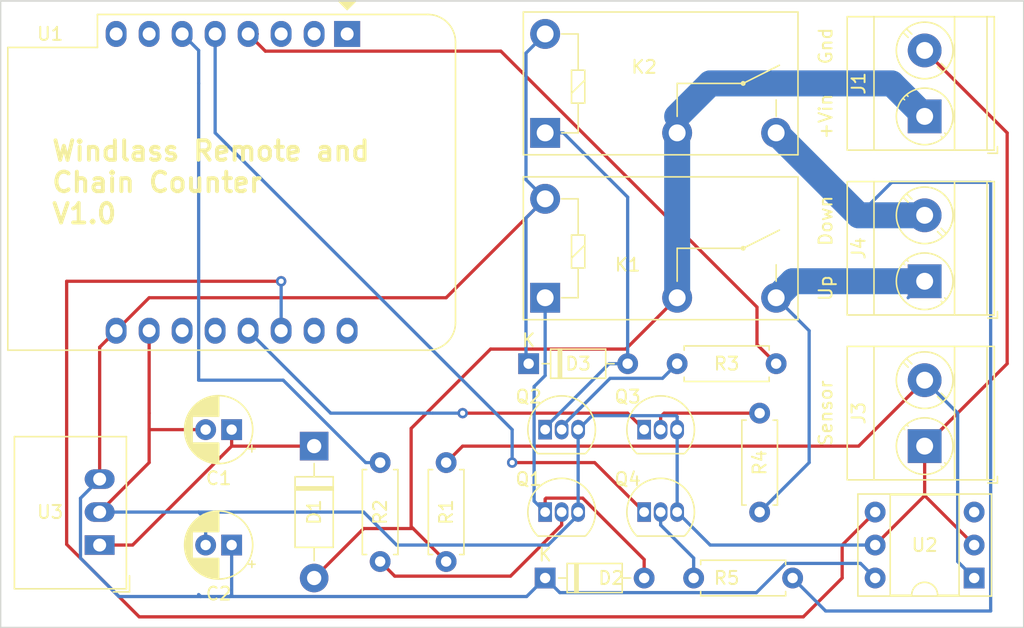
<source format=kicad_pcb>
(kicad_pcb (version 20171130) (host pcbnew "(5.1.8)-1")

  (general
    (thickness 1.6)
    (drawings 8)
    (tracks 161)
    (zones 0)
    (modules 22)
    (nets 29)
  )

  (page A4)
  (layers
    (0 F.Cu signal)
    (31 B.Cu signal)
    (32 B.Adhes user)
    (33 F.Adhes user)
    (34 B.Paste user)
    (35 F.Paste user)
    (36 B.SilkS user)
    (37 F.SilkS user)
    (38 B.Mask user)
    (39 F.Mask user)
    (40 Dwgs.User user hide)
    (41 Cmts.User user hide)
    (42 Eco1.User user)
    (43 Eco2.User user)
    (44 Edge.Cuts user)
    (45 Margin user)
    (46 B.CrtYd user)
    (47 F.CrtYd user)
    (48 B.Fab user)
    (49 F.Fab user hide)
  )

  (setup
    (last_trace_width 0.25)
    (trace_clearance 0.2)
    (zone_clearance 0.508)
    (zone_45_only no)
    (trace_min 0.2)
    (via_size 0.8)
    (via_drill 0.4)
    (via_min_size 0.4)
    (via_min_drill 0.3)
    (uvia_size 0.3)
    (uvia_drill 0.1)
    (uvias_allowed no)
    (uvia_min_size 0.2)
    (uvia_min_drill 0.1)
    (edge_width 0.1)
    (segment_width 0.2)
    (pcb_text_width 0.3)
    (pcb_text_size 1.5 1.5)
    (mod_edge_width 0.15)
    (mod_text_size 1 1)
    (mod_text_width 0.15)
    (pad_size 2.6 2.6)
    (pad_drill 1.3)
    (pad_to_mask_clearance 0)
    (aux_axis_origin 0 0)
    (visible_elements 7FFDFF7F)
    (pcbplotparams
      (layerselection 0x010fc_ffffffff)
      (usegerberextensions false)
      (usegerberattributes true)
      (usegerberadvancedattributes true)
      (creategerberjobfile true)
      (excludeedgelayer true)
      (linewidth 0.100000)
      (plotframeref false)
      (viasonmask false)
      (mode 1)
      (useauxorigin false)
      (hpglpennumber 1)
      (hpglpenspeed 20)
      (hpglpendiameter 15.000000)
      (psnegative false)
      (psa4output false)
      (plotreference true)
      (plotvalue true)
      (plotinvisibletext false)
      (padsonsilk false)
      (subtractmaskfromsilk false)
      (outputformat 1)
      (mirror false)
      (drillshape 1)
      (scaleselection 1)
      (outputdirectory ""))
  )

  (net 0 "")
  (net 1 +12V)
  (net 2 "Net-(D2-Pad2)")
  (net 3 +5V)
  (net 4 "Net-(D3-Pad2)")
  (net 5 GND)
  (net 6 "Net-(J4-Pad2)")
  (net 7 "Net-(J4-Pad1)")
  (net 8 "Net-(Q1-Pad2)")
  (net 9 "Net-(Q2-Pad2)")
  (net 10 "Net-(Q3-Pad1)")
  (net 11 "Net-(Q3-Pad2)")
  (net 12 "Net-(Q4-Pad1)")
  (net 13 "Net-(Q4-Pad2)")
  (net 14 "Net-(R2-Pad1)")
  (net 15 "Net-(R3-Pad1)")
  (net 16 "Net-(U1-Pad16)")
  (net 17 "Net-(U1-Pad15)")
  (net 18 "Net-(U1-Pad14)")
  (net 19 "Net-(U1-Pad12)")
  (net 20 "Net-(U1-Pad11)")
  (net 21 "Net-(U1-Pad8)")
  (net 22 "Net-(U1-Pad7)")
  (net 23 "Net-(U1-Pad3)")
  (net 24 "Net-(U1-Pad1)")
  (net 25 "Net-(U1-Pad2)")
  (net 26 "Net-(U2-Pad3)")
  (net 27 "Net-(C1-Pad1)")
  (net 28 "Net-(J3-Pad2)")

  (net_class Default "This is the default net class."
    (clearance 0.2)
    (trace_width 0.25)
    (via_dia 0.8)
    (via_drill 0.4)
    (uvia_dia 0.3)
    (uvia_drill 0.1)
    (add_net +12V)
    (add_net +5V)
    (add_net GND)
    (add_net "Net-(C1-Pad1)")
    (add_net "Net-(D2-Pad2)")
    (add_net "Net-(D3-Pad2)")
    (add_net "Net-(J3-Pad2)")
    (add_net "Net-(J4-Pad1)")
    (add_net "Net-(J4-Pad2)")
    (add_net "Net-(Q1-Pad2)")
    (add_net "Net-(Q2-Pad2)")
    (add_net "Net-(Q3-Pad1)")
    (add_net "Net-(Q3-Pad2)")
    (add_net "Net-(Q4-Pad1)")
    (add_net "Net-(Q4-Pad2)")
    (add_net "Net-(R2-Pad1)")
    (add_net "Net-(R3-Pad1)")
    (add_net "Net-(U1-Pad1)")
    (add_net "Net-(U1-Pad11)")
    (add_net "Net-(U1-Pad12)")
    (add_net "Net-(U1-Pad14)")
    (add_net "Net-(U1-Pad15)")
    (add_net "Net-(U1-Pad16)")
    (add_net "Net-(U1-Pad2)")
    (add_net "Net-(U1-Pad3)")
    (add_net "Net-(U1-Pad7)")
    (add_net "Net-(U1-Pad8)")
    (add_net "Net-(U2-Pad3)")
  )

  (module Module:WEMOS_D1_mini_light (layer F.Cu) (tedit 5BBFB1CE) (tstamp 5FD6C37E)
    (at 66.04 13.97 270)
    (descr "16-pin module, column spacing 22.86 mm (900 mils), https://wiki.wemos.cc/products:d1:d1_mini, https://c1.staticflickr.com/1/734/31400410271_f278b087db_z.jpg")
    (tags "ESP8266 WiFi microcontroller")
    (path /5FD2C0C6)
    (fp_text reference U1 (at 0 22.86) (layer F.SilkS)
      (effects (font (size 1 1) (thickness 0.15)))
    )
    (fp_text value WeMos_D1_mini (at 11.7 0 90) (layer F.Fab)
      (effects (font (size 1 1) (thickness 0.15)))
    )
    (fp_line (start 1.04 26.12) (end 24.36 26.12) (layer F.SilkS) (width 0.12))
    (fp_line (start -1.5 19.22) (end -1.5 -6.21) (layer F.SilkS) (width 0.12))
    (fp_line (start 24.36 26.12) (end 24.36 -6.21) (layer F.SilkS) (width 0.12))
    (fp_line (start 22.24 -8.34) (end 0.63 -8.34) (layer F.SilkS) (width 0.12))
    (fp_line (start 1.17 25.99) (end 24.23 25.99) (layer F.Fab) (width 0.1))
    (fp_line (start 24.23 25.99) (end 24.23 -6.21) (layer F.Fab) (width 0.1))
    (fp_line (start 22.23 -8.21) (end 0.63 -8.21) (layer F.Fab) (width 0.1))
    (fp_line (start -1.37 1) (end -1.37 19.09) (layer F.Fab) (width 0.1))
    (fp_line (start -1.62 -8.46) (end 24.48 -8.46) (layer F.CrtYd) (width 0.05))
    (fp_line (start 24.48 -8.41) (end 24.48 26.24) (layer F.CrtYd) (width 0.05))
    (fp_line (start 24.48 26.24) (end -1.62 26.24) (layer F.CrtYd) (width 0.05))
    (fp_line (start -1.62 26.24) (end -1.62 -8.46) (layer F.CrtYd) (width 0.05))
    (fp_poly (pts (xy -2.54 -0.635) (xy -2.54 0.635) (xy -1.905 0)) (layer F.SilkS) (width 0.15))
    (fp_line (start -1.35 -1.4) (end 24.25 -1.4) (layer Dwgs.User) (width 0.1))
    (fp_line (start 24.25 -1.4) (end 24.25 -8.2) (layer Dwgs.User) (width 0.1))
    (fp_line (start 24.25 -8.2) (end -1.35 -8.2) (layer Dwgs.User) (width 0.1))
    (fp_line (start -1.35 -8.2) (end -1.35 -1.4) (layer Dwgs.User) (width 0.1))
    (fp_line (start -1.35 -1.4) (end 5.45 -8.2) (layer Dwgs.User) (width 0.1))
    (fp_line (start 0.65 -1.4) (end 7.45 -8.2) (layer Dwgs.User) (width 0.1))
    (fp_line (start 2.65 -1.4) (end 9.45 -8.2) (layer Dwgs.User) (width 0.1))
    (fp_line (start 4.65 -1.4) (end 11.45 -8.2) (layer Dwgs.User) (width 0.1))
    (fp_line (start 6.65 -1.4) (end 13.45 -8.2) (layer Dwgs.User) (width 0.1))
    (fp_line (start 8.65 -1.4) (end 15.45 -8.2) (layer Dwgs.User) (width 0.1))
    (fp_line (start 10.65 -1.4) (end 17.45 -8.2) (layer Dwgs.User) (width 0.1))
    (fp_line (start 12.65 -1.4) (end 19.45 -8.2) (layer Dwgs.User) (width 0.1))
    (fp_line (start 14.65 -1.4) (end 21.45 -8.2) (layer Dwgs.User) (width 0.1))
    (fp_line (start 16.65 -1.4) (end 23.45 -8.2) (layer Dwgs.User) (width 0.1))
    (fp_line (start 18.65 -1.4) (end 24.25 -7) (layer Dwgs.User) (width 0.1))
    (fp_line (start 20.65 -1.4) (end 24.25 -5) (layer Dwgs.User) (width 0.1))
    (fp_line (start 22.65 -1.4) (end 24.25 -3) (layer Dwgs.User) (width 0.1))
    (fp_line (start -1.35 -3.4) (end 3.45 -8.2) (layer Dwgs.User) (width 0.1))
    (fp_line (start -1.3 -5.45) (end 1.45 -8.2) (layer Dwgs.User) (width 0.1))
    (fp_line (start -1.35 -7.4) (end -0.55 -8.2) (layer Dwgs.User) (width 0.1))
    (fp_line (start -1.37 19.09) (end 1.17 19.09) (layer F.Fab) (width 0.1))
    (fp_line (start 1.17 19.09) (end 1.17 25.99) (layer F.Fab) (width 0.1))
    (fp_line (start -1.37 -6.21) (end -1.37 -1) (layer F.Fab) (width 0.1))
    (fp_line (start -1.37 1) (end -0.37 0) (layer F.Fab) (width 0.1))
    (fp_line (start -0.37 0) (end -1.37 -1) (layer F.Fab) (width 0.1))
    (fp_line (start -1.5 19.22) (end 1.04 19.22) (layer F.SilkS) (width 0.12))
    (fp_line (start 1.04 19.22) (end 1.04 26.12) (layer F.SilkS) (width 0.12))
    (fp_text user "No copper" (at 11.43 -3.81 90) (layer Cmts.User)
      (effects (font (size 1 1) (thickness 0.15)))
    )
    (fp_text user "KEEP OUT" (at 11.43 -6.35 90) (layer Cmts.User)
      (effects (font (size 1 1) (thickness 0.15)))
    )
    (fp_arc (start 22.23 -6.21) (end 24.36 -6.21) (angle -90) (layer F.SilkS) (width 0.12))
    (fp_arc (start 0.63 -6.21) (end 0.63 -8.34) (angle -90) (layer F.SilkS) (width 0.12))
    (fp_arc (start 22.23 -6.21) (end 24.23 -6.19) (angle -90) (layer F.Fab) (width 0.1))
    (fp_arc (start 0.63 -6.21) (end 0.63 -8.21) (angle -90) (layer F.Fab) (width 0.1))
    (fp_text user %R (at 11.43 10 90) (layer F.Fab)
      (effects (font (size 1 1) (thickness 0.15)))
    )
    (pad 16 thru_hole oval (at 22.86 0 270) (size 2 1.6) (drill 1) (layers *.Cu *.Mask)
      (net 16 "Net-(U1-Pad16)"))
    (pad 15 thru_hole oval (at 22.86 2.54 270) (size 2 1.6) (drill 1) (layers *.Cu *.Mask)
      (net 17 "Net-(U1-Pad15)"))
    (pad 14 thru_hole oval (at 22.86 5.08 270) (size 2 1.6) (drill 1) (layers *.Cu *.Mask)
      (net 18 "Net-(U1-Pad14)"))
    (pad 13 thru_hole oval (at 22.86 7.62 270) (size 2 1.6) (drill 1) (layers *.Cu *.Mask)
      (net 10 "Net-(Q3-Pad1)"))
    (pad 12 thru_hole oval (at 22.86 10.16 270) (size 2 1.6) (drill 1) (layers *.Cu *.Mask)
      (net 19 "Net-(U1-Pad12)"))
    (pad 11 thru_hole oval (at 22.86 12.7 270) (size 2 1.6) (drill 1) (layers *.Cu *.Mask)
      (net 20 "Net-(U1-Pad11)"))
    (pad 10 thru_hole oval (at 22.86 15.24 270) (size 2 1.6) (drill 1) (layers *.Cu *.Mask)
      (net 5 GND))
    (pad 9 thru_hole oval (at 22.86 17.78 270) (size 2 1.6) (drill 1) (layers *.Cu *.Mask)
      (net 3 +5V))
    (pad 8 thru_hole oval (at 0 17.78 270) (size 2 1.6) (drill 1) (layers *.Cu *.Mask)
      (net 21 "Net-(U1-Pad8)"))
    (pad 7 thru_hole oval (at 0 15.24 270) (size 2 1.6) (drill 1) (layers *.Cu *.Mask)
      (net 22 "Net-(U1-Pad7)"))
    (pad 6 thru_hole oval (at 0 12.7 270) (size 2 1.6) (drill 1) (layers *.Cu *.Mask)
      (net 14 "Net-(R2-Pad1)"))
    (pad 5 thru_hole oval (at 0 10.16 270) (size 2 1.6) (drill 1) (layers *.Cu *.Mask)
      (net 12 "Net-(Q4-Pad1)"))
    (pad 4 thru_hole oval (at 0 7.62 270) (size 2 1.6) (drill 1) (layers *.Cu *.Mask)
      (net 15 "Net-(R3-Pad1)"))
    (pad 3 thru_hole oval (at 0 5.08 270) (size 2 1.6) (drill 1) (layers *.Cu *.Mask)
      (net 23 "Net-(U1-Pad3)"))
    (pad 1 thru_hole rect (at 0 0 270) (size 2 2) (drill 1) (layers *.Cu *.Mask)
      (net 24 "Net-(U1-Pad1)"))
    (pad 2 thru_hole oval (at 0 2.54 270) (size 2 1.6) (drill 1) (layers *.Cu *.Mask)
      (net 25 "Net-(U1-Pad2)"))
    (model ${KISYS3DMOD}/Module.3dshapes/WEMOS_D1_mini_light.wrl
      (at (xyz 0 0 0))
      (scale (xyz 1 1 1))
      (rotate (xyz 0 0 0))
    )
    (model ${KISYS3DMOD}/Connector_PinHeader_2.54mm.3dshapes/PinHeader_1x08_P2.54mm_Vertical.wrl
      (offset (xyz 0 0 9.5))
      (scale (xyz 1 1 1))
      (rotate (xyz 0 -180 0))
    )
    (model ${KISYS3DMOD}/Connector_PinHeader_2.54mm.3dshapes/PinHeader_1x08_P2.54mm_Vertical.wrl
      (offset (xyz 22.86 0 9.5))
      (scale (xyz 1 1 1))
      (rotate (xyz 0 -180 0))
    )
    (model ${KISYS3DMOD}/Connector_PinSocket_2.54mm.3dshapes/PinSocket_1x08_P2.54mm_Vertical.wrl
      (at (xyz 0 0 0))
      (scale (xyz 1 1 1))
      (rotate (xyz 0 0 0))
    )
    (model ${KISYS3DMOD}/Connector_PinSocket_2.54mm.3dshapes/PinSocket_1x08_P2.54mm_Vertical.wrl
      (offset (xyz 22.86 0 0))
      (scale (xyz 1 1 1))
      (rotate (xyz 0 0 0))
    )
  )

  (module Relay_THT:Relay_SPST_Omron-G5Q-1A (layer F.Cu) (tedit 5AE38B4B) (tstamp 5FD6BE45)
    (at 81.28 21.59)
    (descr "Relay SPST-NO Omron Serie G5Q, http://omronfs.omron.com/en_US/ecb/products/pdf/en-g5q.pdf")
    (tags "Relay SPST-NO Omron Serie G5Q")
    (path /5FD18266)
    (fp_text reference K2 (at 7.62 -5.08 180) (layer F.SilkS)
      (effects (font (size 1 1) (thickness 0.15)))
    )
    (fp_text value G5Q-1A (at 8.8 3 180) (layer F.Fab)
      (effects (font (size 1 1) (thickness 0.15)))
    )
    (fp_line (start 0 -1) (end 0 -6.5) (layer F.Fab) (width 0.1))
    (fp_line (start 18.96 -8.81) (end 18.96 1.19) (layer F.Fab) (width 0.1))
    (fp_line (start 18.96 1.19) (end -1.18 1.19) (layer F.Fab) (width 0.1))
    (fp_line (start -1.18 1.19) (end -1.18 -8.81) (layer F.Fab) (width 0.1))
    (fp_line (start -1.18 -8.81) (end 18.96 -8.81) (layer F.Fab) (width 0.1))
    (fp_line (start -1.95 -9.55) (end 19.7 -9.55) (layer F.CrtYd) (width 0.05))
    (fp_line (start 19.7 -9.55) (end 19.7 1.95) (layer F.CrtYd) (width 0.05))
    (fp_line (start 19.7 1.95) (end -1.95 1.95) (layer F.CrtYd) (width 0.05))
    (fp_line (start -1.95 1.95) (end -1.95 -9.55) (layer F.CrtYd) (width 0.05))
    (fp_line (start 15.24 -3.81) (end 18.03 -5.21) (layer F.SilkS) (width 0.12))
    (fp_line (start 17.78 -1.27) (end 17.78 -2.54) (layer F.SilkS) (width 0.12))
    (fp_line (start 10.16 -1.27) (end 10.16 -3.81) (layer F.SilkS) (width 0.12))
    (fp_line (start 10.16 -3.81) (end 15.24 -3.81) (layer F.SilkS) (width 0.12))
    (fp_line (start 2.03 -3.05) (end 3.05 -4.06) (layer F.SilkS) (width 0.12))
    (fp_line (start 2.54 -7.62) (end 1.27 -7.62) (layer F.SilkS) (width 0.12))
    (fp_line (start 2.54 -4.83) (end 2.54 -7.62) (layer F.SilkS) (width 0.12))
    (fp_line (start 2.54 0) (end 2.54 -2.29) (layer F.SilkS) (width 0.12))
    (fp_line (start 1.27 0) (end 2.54 0) (layer F.SilkS) (width 0.12))
    (fp_line (start 2.54 -2.29) (end 2.03 -2.29) (layer F.SilkS) (width 0.12))
    (fp_line (start 2.03 -2.29) (end 2.03 -4.83) (layer F.SilkS) (width 0.12))
    (fp_line (start 2.03 -4.83) (end 2.54 -4.83) (layer F.SilkS) (width 0.12))
    (fp_line (start 2.54 -4.83) (end 3.05 -4.83) (layer F.SilkS) (width 0.12))
    (fp_line (start 3.05 -4.83) (end 3.05 -2.29) (layer F.SilkS) (width 0.12))
    (fp_line (start 3.05 -2.29) (end 2.54 -2.29) (layer F.SilkS) (width 0.12))
    (fp_line (start -1.68 1.69) (end 19.46 1.69) (layer F.SilkS) (width 0.12))
    (fp_line (start 19.46 1.69) (end 19.46 -9.31) (layer F.SilkS) (width 0.12))
    (fp_line (start -1.68 1.69) (end -1.68 -9.31) (layer F.SilkS) (width 0.12))
    (fp_line (start -1.68 -9.31) (end 19.46 -9.31) (layer F.SilkS) (width 0.12))
    (fp_circle (center 15.24 -3.81) (end 15.24 -3.68) (layer F.SilkS) (width 0.12))
    (fp_text user %R (at 9.6 -4.5) (layer F.Fab)
      (effects (font (size 1 1) (thickness 0.15)))
    )
    (pad 5 thru_hole circle (at 0 -7.62 180) (size 2.3 2.3) (drill 1.3) (layers *.Cu *.Mask)
      (net 3 +5V))
    (pad 3 thru_hole circle (at 17.78 0 180) (size 2.3 2.3) (drill 1.3) (layers *.Cu *.Mask)
      (net 6 "Net-(J4-Pad2)"))
    (pad 2 thru_hole circle (at 10.16 0 180) (size 2.3 2.3) (drill 1.3) (layers *.Cu *.Mask)
      (net 1 +12V))
    (pad 1 thru_hole rect (at 0 0 180) (size 2.3 2.3) (drill 1.3) (layers *.Cu *.Mask)
      (net 4 "Net-(D3-Pad2)"))
    (model ${KISYS3DMOD}/Relay_THT.3dshapes/Relay_SPST_Omron-G5Q-1A.wrl
      (at (xyz 0 0 0))
      (scale (xyz 1 1 1))
      (rotate (xyz 0 0 0))
    )
  )

  (module Relay_THT:Relay_SPST_Omron-G5Q-1A (layer F.Cu) (tedit 5AE38B4B) (tstamp 5FD6C0D3)
    (at 81.28 34.29)
    (descr "Relay SPST-NO Omron Serie G5Q, http://omronfs.omron.com/en_US/ecb/products/pdf/en-g5q.pdf")
    (tags "Relay SPST-NO Omron Serie G5Q")
    (path /5FD1923F)
    (fp_text reference K1 (at 6.35 -2.54 180) (layer F.SilkS)
      (effects (font (size 1 1) (thickness 0.15)))
    )
    (fp_text value G5Q-1A (at 8.8 3 180) (layer F.Fab)
      (effects (font (size 1 1) (thickness 0.15)))
    )
    (fp_line (start 0 -1) (end 0 -6.5) (layer F.Fab) (width 0.1))
    (fp_line (start 18.96 -8.81) (end 18.96 1.19) (layer F.Fab) (width 0.1))
    (fp_line (start 18.96 1.19) (end -1.18 1.19) (layer F.Fab) (width 0.1))
    (fp_line (start -1.18 1.19) (end -1.18 -8.81) (layer F.Fab) (width 0.1))
    (fp_line (start -1.18 -8.81) (end 18.96 -8.81) (layer F.Fab) (width 0.1))
    (fp_line (start -1.95 -9.55) (end 19.7 -9.55) (layer F.CrtYd) (width 0.05))
    (fp_line (start 19.7 -9.55) (end 19.7 1.95) (layer F.CrtYd) (width 0.05))
    (fp_line (start 19.7 1.95) (end -1.95 1.95) (layer F.CrtYd) (width 0.05))
    (fp_line (start -1.95 1.95) (end -1.95 -9.55) (layer F.CrtYd) (width 0.05))
    (fp_line (start 15.24 -3.81) (end 18.03 -5.21) (layer F.SilkS) (width 0.12))
    (fp_line (start 17.78 -1.27) (end 17.78 -2.54) (layer F.SilkS) (width 0.12))
    (fp_line (start 10.16 -1.27) (end 10.16 -3.81) (layer F.SilkS) (width 0.12))
    (fp_line (start 10.16 -3.81) (end 15.24 -3.81) (layer F.SilkS) (width 0.12))
    (fp_line (start 2.03 -3.05) (end 3.05 -4.06) (layer F.SilkS) (width 0.12))
    (fp_line (start 2.54 -7.62) (end 1.27 -7.62) (layer F.SilkS) (width 0.12))
    (fp_line (start 2.54 -4.83) (end 2.54 -7.62) (layer F.SilkS) (width 0.12))
    (fp_line (start 2.54 0) (end 2.54 -2.29) (layer F.SilkS) (width 0.12))
    (fp_line (start 1.27 0) (end 2.54 0) (layer F.SilkS) (width 0.12))
    (fp_line (start 2.54 -2.29) (end 2.03 -2.29) (layer F.SilkS) (width 0.12))
    (fp_line (start 2.03 -2.29) (end 2.03 -4.83) (layer F.SilkS) (width 0.12))
    (fp_line (start 2.03 -4.83) (end 2.54 -4.83) (layer F.SilkS) (width 0.12))
    (fp_line (start 2.54 -4.83) (end 3.05 -4.83) (layer F.SilkS) (width 0.12))
    (fp_line (start 3.05 -4.83) (end 3.05 -2.29) (layer F.SilkS) (width 0.12))
    (fp_line (start 3.05 -2.29) (end 2.54 -2.29) (layer F.SilkS) (width 0.12))
    (fp_line (start -1.68 1.69) (end 19.46 1.69) (layer F.SilkS) (width 0.12))
    (fp_line (start 19.46 1.69) (end 19.46 -9.31) (layer F.SilkS) (width 0.12))
    (fp_line (start -1.68 1.69) (end -1.68 -9.31) (layer F.SilkS) (width 0.12))
    (fp_line (start -1.68 -9.31) (end 19.46 -9.31) (layer F.SilkS) (width 0.12))
    (fp_circle (center 15.24 -3.81) (end 15.24 -3.68) (layer F.SilkS) (width 0.12))
    (fp_text user %R (at 9.6 -4.5) (layer F.Fab)
      (effects (font (size 1 1) (thickness 0.15)))
    )
    (pad 5 thru_hole circle (at 0 -7.62 180) (size 2.3 2.3) (drill 1.3) (layers *.Cu *.Mask)
      (net 3 +5V))
    (pad 3 thru_hole circle (at 17.78 0 180) (size 2.3 2.3) (drill 1.3) (layers *.Cu *.Mask)
      (net 7 "Net-(J4-Pad1)"))
    (pad 2 thru_hole circle (at 10.16 0 180) (size 2.3 2.3) (drill 1.3) (layers *.Cu *.Mask)
      (net 1 +12V))
    (pad 1 thru_hole rect (at 0 0 180) (size 2.3 2.3) (drill 1.3) (layers *.Cu *.Mask)
      (net 2 "Net-(D2-Pad2)"))
    (model ${KISYS3DMOD}/Relay_THT.3dshapes/Relay_SPST_Omron-G5Q-1A.wrl
      (at (xyz 0 0 0))
      (scale (xyz 1 1 1))
      (rotate (xyz 0 0 0))
    )
  )

  (module TerminalBlock_Phoenix:TerminalBlock_Phoenix_MKDS-3-2-5.08_1x02_P5.08mm_Horizontal (layer F.Cu) (tedit 5B294F11) (tstamp 5FD6C058)
    (at 110.49 33.02 90)
    (descr "Terminal Block Phoenix MKDS-3-2-5.08, 2 pins, pitch 5.08mm, size 10.2x11.2mm^2, drill diamater 1.3mm, pad diameter 2.6mm, see http://www.farnell.com/datasheets/2138224.pdf, script-generated using https://github.com/pointhi/kicad-footprint-generator/scripts/TerminalBlock_Phoenix")
    (tags "THT Terminal Block Phoenix MKDS-3-2-5.08 pitch 5.08mm size 10.2x11.2mm^2 drill 1.3mm pad 2.6mm")
    (path /5FD2DB97)
    (fp_text reference J4 (at 2.54 -5.08 90) (layer F.SilkS)
      (effects (font (size 1 1) (thickness 0.15)))
    )
    (fp_text value "Chain Relay" (at 2.54 6.36 90) (layer F.Fab)
      (effects (font (size 1 1) (thickness 0.15)))
    )
    (fp_circle (center 0 0) (end 2 0) (layer F.Fab) (width 0.1))
    (fp_circle (center 0 0) (end 2.18 0) (layer F.SilkS) (width 0.12))
    (fp_circle (center 5.08 0) (end 7.08 0) (layer F.Fab) (width 0.1))
    (fp_circle (center 5.08 0) (end 7.26 0) (layer F.SilkS) (width 0.12))
    (fp_line (start -2.54 -5.9) (end 7.62 -5.9) (layer F.Fab) (width 0.1))
    (fp_line (start 7.62 -5.9) (end 7.62 5.3) (layer F.Fab) (width 0.1))
    (fp_line (start 7.62 5.3) (end -2.04 5.3) (layer F.Fab) (width 0.1))
    (fp_line (start -2.04 5.3) (end -2.54 4.8) (layer F.Fab) (width 0.1))
    (fp_line (start -2.54 4.8) (end -2.54 -5.9) (layer F.Fab) (width 0.1))
    (fp_line (start -2.54 4.8) (end 7.62 4.8) (layer F.Fab) (width 0.1))
    (fp_line (start -2.6 4.8) (end 7.68 4.8) (layer F.SilkS) (width 0.12))
    (fp_line (start -2.54 2.3) (end 7.62 2.3) (layer F.Fab) (width 0.1))
    (fp_line (start -2.6 2.3) (end 7.68 2.3) (layer F.SilkS) (width 0.12))
    (fp_line (start -2.54 -3.9) (end 7.62 -3.9) (layer F.Fab) (width 0.1))
    (fp_line (start -2.6 -3.9) (end 7.68 -3.9) (layer F.SilkS) (width 0.12))
    (fp_line (start -2.6 -5.96) (end 7.68 -5.96) (layer F.SilkS) (width 0.12))
    (fp_line (start -2.6 5.36) (end 7.68 5.36) (layer F.SilkS) (width 0.12))
    (fp_line (start -2.6 -5.96) (end -2.6 5.36) (layer F.SilkS) (width 0.12))
    (fp_line (start 7.68 -5.96) (end 7.68 5.36) (layer F.SilkS) (width 0.12))
    (fp_line (start 1.517 -1.273) (end -1.273 1.517) (layer F.Fab) (width 0.1))
    (fp_line (start 1.273 -1.517) (end -1.517 1.273) (layer F.Fab) (width 0.1))
    (fp_line (start 1.654 -1.388) (end 1.547 -1.281) (layer F.SilkS) (width 0.12))
    (fp_line (start -1.282 1.547) (end -1.388 1.654) (layer F.SilkS) (width 0.12))
    (fp_line (start 1.388 -1.654) (end 1.281 -1.547) (layer F.SilkS) (width 0.12))
    (fp_line (start -1.548 1.281) (end -1.654 1.388) (layer F.SilkS) (width 0.12))
    (fp_line (start 6.597 -1.273) (end 3.808 1.517) (layer F.Fab) (width 0.1))
    (fp_line (start 6.353 -1.517) (end 3.564 1.273) (layer F.Fab) (width 0.1))
    (fp_line (start 6.734 -1.388) (end 6.339 -0.992) (layer F.SilkS) (width 0.12))
    (fp_line (start 4.073 1.274) (end 3.693 1.654) (layer F.SilkS) (width 0.12))
    (fp_line (start 6.468 -1.654) (end 6.088 -1.274) (layer F.SilkS) (width 0.12))
    (fp_line (start 3.822 0.992) (end 3.427 1.388) (layer F.SilkS) (width 0.12))
    (fp_line (start -2.84 4.86) (end -2.84 5.6) (layer F.SilkS) (width 0.12))
    (fp_line (start -2.84 5.6) (end -2.34 5.6) (layer F.SilkS) (width 0.12))
    (fp_line (start -3.04 -6.4) (end -3.04 5.8) (layer F.CrtYd) (width 0.05))
    (fp_line (start -3.04 5.8) (end 8.13 5.8) (layer F.CrtYd) (width 0.05))
    (fp_line (start 8.13 5.8) (end 8.13 -6.4) (layer F.CrtYd) (width 0.05))
    (fp_line (start 8.13 -6.4) (end -3.04 -6.4) (layer F.CrtYd) (width 0.05))
    (fp_text user %R (at 2.54 3.1 90) (layer F.Fab)
      (effects (font (size 1 1) (thickness 0.15)))
    )
    (pad 2 thru_hole circle (at 5.08 0 90) (size 2.6 2.6) (drill 1.3) (layers *.Cu *.Mask)
      (net 6 "Net-(J4-Pad2)"))
    (pad 1 thru_hole rect (at 0 0 90) (size 2.6 2.6) (drill 1.3) (layers *.Cu *.Mask)
      (net 7 "Net-(J4-Pad1)"))
    (model ${KISYS3DMOD}/TerminalBlock_Phoenix.3dshapes/TerminalBlock_Phoenix_MKDS-3-2-5.08_1x02_P5.08mm_Horizontal.wrl
      (at (xyz 0 0 0))
      (scale (xyz 1 1 1))
      (rotate (xyz 0 0 0))
    )
  )

  (module TerminalBlock_Phoenix:TerminalBlock_Phoenix_MKDS-3-2-5.08_1x02_P5.08mm_Horizontal (layer F.Cu) (tedit 5FD678D4) (tstamp 5FD6BF14)
    (at 110.49 45.72 90)
    (descr "Terminal Block Phoenix MKDS-3-2-5.08, 2 pins, pitch 5.08mm, size 10.2x11.2mm^2, drill diamater 1.3mm, pad diameter 2.6mm, see http://www.farnell.com/datasheets/2138224.pdf, script-generated using https://github.com/pointhi/kicad-footprint-generator/scripts/TerminalBlock_Phoenix")
    (tags "THT Terminal Block Phoenix MKDS-3-2-5.08 pitch 5.08mm size 10.2x11.2mm^2 drill 1.3mm pad 2.6mm")
    (path /5FD2E701)
    (fp_text reference J3 (at 2.54 -5.08 90) (layer F.SilkS)
      (effects (font (size 1 1) (thickness 0.15)))
    )
    (fp_text value "Chain Sensor" (at 2.54 6.36 90) (layer F.Fab)
      (effects (font (size 1 1) (thickness 0.15)))
    )
    (fp_circle (center 0 0) (end 2 0) (layer F.Fab) (width 0.1))
    (fp_circle (center 0 0) (end 2.18 0) (layer F.SilkS) (width 0.12))
    (fp_circle (center 5.08 0) (end 7.08 0) (layer F.Fab) (width 0.1))
    (fp_circle (center 5.08 0) (end 7.26 0) (layer F.SilkS) (width 0.12))
    (fp_line (start -2.54 -5.9) (end 7.62 -5.9) (layer F.Fab) (width 0.1))
    (fp_line (start 7.62 -5.9) (end 7.62 5.3) (layer F.Fab) (width 0.1))
    (fp_line (start 7.62 5.3) (end -2.04 5.3) (layer F.Fab) (width 0.1))
    (fp_line (start -2.04 5.3) (end -2.54 4.8) (layer F.Fab) (width 0.1))
    (fp_line (start -2.54 4.8) (end -2.54 -5.9) (layer F.Fab) (width 0.1))
    (fp_line (start -2.54 4.8) (end 7.62 4.8) (layer F.Fab) (width 0.1))
    (fp_line (start -2.6 4.8) (end 7.68 4.8) (layer F.SilkS) (width 0.12))
    (fp_line (start -2.54 2.3) (end 7.62 2.3) (layer F.Fab) (width 0.1))
    (fp_line (start -2.6 2.3) (end 7.68 2.3) (layer F.SilkS) (width 0.12))
    (fp_line (start -2.54 -3.9) (end 7.62 -3.9) (layer F.Fab) (width 0.1))
    (fp_line (start -2.6 -3.9) (end 7.68 -3.9) (layer F.SilkS) (width 0.12))
    (fp_line (start -2.6 -5.96) (end 7.68 -5.96) (layer F.SilkS) (width 0.12))
    (fp_line (start -2.6 5.36) (end 7.68 5.36) (layer F.SilkS) (width 0.12))
    (fp_line (start -2.6 -5.96) (end -2.6 5.36) (layer F.SilkS) (width 0.12))
    (fp_line (start 7.68 -5.96) (end 7.68 5.36) (layer F.SilkS) (width 0.12))
    (fp_line (start 1.517 -1.273) (end -1.273 1.517) (layer F.Fab) (width 0.1))
    (fp_line (start 1.273 -1.517) (end -1.517 1.273) (layer F.Fab) (width 0.1))
    (fp_line (start 1.654 -1.388) (end 1.547 -1.281) (layer F.SilkS) (width 0.12))
    (fp_line (start -1.282 1.547) (end -1.388 1.654) (layer F.SilkS) (width 0.12))
    (fp_line (start 1.388 -1.654) (end 1.281 -1.547) (layer F.SilkS) (width 0.12))
    (fp_line (start -1.548 1.281) (end -1.654 1.388) (layer F.SilkS) (width 0.12))
    (fp_line (start 6.597 -1.273) (end 3.808 1.517) (layer F.Fab) (width 0.1))
    (fp_line (start 6.353 -1.517) (end 3.564 1.273) (layer F.Fab) (width 0.1))
    (fp_line (start 6.734 -1.388) (end 6.339 -0.992) (layer F.SilkS) (width 0.12))
    (fp_line (start 4.073 1.274) (end 3.693 1.654) (layer F.SilkS) (width 0.12))
    (fp_line (start 6.468 -1.654) (end 6.088 -1.274) (layer F.SilkS) (width 0.12))
    (fp_line (start 3.822 0.992) (end 3.427 1.388) (layer F.SilkS) (width 0.12))
    (fp_line (start -2.84 4.86) (end -2.84 5.6) (layer F.SilkS) (width 0.12))
    (fp_line (start -2.84 5.6) (end -2.34 5.6) (layer F.SilkS) (width 0.12))
    (fp_line (start -3.04 -6.4) (end -3.04 5.8) (layer F.CrtYd) (width 0.05))
    (fp_line (start -3.04 5.8) (end 8.13 5.8) (layer F.CrtYd) (width 0.05))
    (fp_line (start 8.13 5.8) (end 8.13 -6.4) (layer F.CrtYd) (width 0.05))
    (fp_line (start 8.13 -6.4) (end -3.04 -6.4) (layer F.CrtYd) (width 0.05))
    (fp_text user %R (at 2.54 3.1 90) (layer F.Fab)
      (effects (font (size 1 1) (thickness 0.15)))
    )
    (pad 2 thru_hole circle (at 5.08 0 90) (size 2.6 2.6) (drill 1.3) (layers *.Cu *.Mask)
      (net 28 "Net-(J3-Pad2)"))
    (pad 1 thru_hole rect (at 0 0 90) (size 2.6 2.6) (drill 1.3) (layers *.Cu *.Mask)
      (net 5 GND))
    (model ${KISYS3DMOD}/TerminalBlock_Phoenix.3dshapes/TerminalBlock_Phoenix_MKDS-3-2-5.08_1x02_P5.08mm_Horizontal.wrl
      (at (xyz 0 0 0))
      (scale (xyz 1 1 1))
      (rotate (xyz 0 0 0))
    )
  )

  (module Package_DIP:DIP-6_W7.62mm_Socket (layer F.Cu) (tedit 5A02E8C5) (tstamp 5FD6C2C8)
    (at 114.3 55.88 180)
    (descr "6-lead though-hole mounted DIP package, row spacing 7.62 mm (300 mils), Socket")
    (tags "THT DIP DIL PDIP 2.54mm 7.62mm 300mil Socket")
    (path /5FD12BF9)
    (fp_text reference U2 (at 3.81 2.54) (layer F.SilkS)
      (effects (font (size 1 1) (thickness 0.15)))
    )
    (fp_text value H11L1 (at 0 4.87) (layer F.Fab)
      (effects (font (size 1 1) (thickness 0.15)))
    )
    (fp_line (start 9.15 -1.6) (end -1.55 -1.6) (layer F.CrtYd) (width 0.05))
    (fp_line (start 9.15 6.7) (end 9.15 -1.6) (layer F.CrtYd) (width 0.05))
    (fp_line (start -1.55 6.7) (end 9.15 6.7) (layer F.CrtYd) (width 0.05))
    (fp_line (start -1.55 -1.6) (end -1.55 6.7) (layer F.CrtYd) (width 0.05))
    (fp_line (start 8.95 -1.39) (end -1.33 -1.39) (layer F.SilkS) (width 0.12))
    (fp_line (start 8.95 6.47) (end 8.95 -1.39) (layer F.SilkS) (width 0.12))
    (fp_line (start -1.33 6.47) (end 8.95 6.47) (layer F.SilkS) (width 0.12))
    (fp_line (start -1.33 -1.39) (end -1.33 6.47) (layer F.SilkS) (width 0.12))
    (fp_line (start 6.46 -1.33) (end 4.81 -1.33) (layer F.SilkS) (width 0.12))
    (fp_line (start 6.46 6.41) (end 6.46 -1.33) (layer F.SilkS) (width 0.12))
    (fp_line (start 1.16 6.41) (end 6.46 6.41) (layer F.SilkS) (width 0.12))
    (fp_line (start 1.16 -1.33) (end 1.16 6.41) (layer F.SilkS) (width 0.12))
    (fp_line (start 2.81 -1.33) (end 1.16 -1.33) (layer F.SilkS) (width 0.12))
    (fp_line (start 8.89 -1.33) (end -1.27 -1.33) (layer F.Fab) (width 0.1))
    (fp_line (start 8.89 6.41) (end 8.89 -1.33) (layer F.Fab) (width 0.1))
    (fp_line (start -1.27 6.41) (end 8.89 6.41) (layer F.Fab) (width 0.1))
    (fp_line (start -1.27 -1.33) (end -1.27 6.41) (layer F.Fab) (width 0.1))
    (fp_line (start 0.635 -0.27) (end 1.635 -1.27) (layer F.Fab) (width 0.1))
    (fp_line (start 0.635 6.35) (end 0.635 -0.27) (layer F.Fab) (width 0.1))
    (fp_line (start 6.985 6.35) (end 0.635 6.35) (layer F.Fab) (width 0.1))
    (fp_line (start 6.985 -1.27) (end 6.985 6.35) (layer F.Fab) (width 0.1))
    (fp_line (start 1.635 -1.27) (end 6.985 -1.27) (layer F.Fab) (width 0.1))
    (fp_text user %R (at 0 0) (layer F.Fab)
      (effects (font (size 1 1) (thickness 0.15)))
    )
    (fp_arc (start 3.81 -1.33) (end 2.81 -1.33) (angle -180) (layer F.SilkS) (width 0.12))
    (pad 6 thru_hole oval (at 7.62 0 180) (size 1.6 1.6) (drill 0.8) (layers *.Cu *.Mask)
      (net 3 +5V))
    (pad 3 thru_hole oval (at 0 5.08 180) (size 1.6 1.6) (drill 0.8) (layers *.Cu *.Mask)
      (net 26 "Net-(U2-Pad3)"))
    (pad 5 thru_hole oval (at 7.62 2.54 180) (size 1.6 1.6) (drill 0.8) (layers *.Cu *.Mask)
      (net 5 GND))
    (pad 2 thru_hole oval (at 0 2.54 180) (size 1.6 1.6) (drill 0.8) (layers *.Cu *.Mask)
      (net 5 GND))
    (pad 4 thru_hole oval (at 7.62 5.08 180) (size 1.6 1.6) (drill 0.8) (layers *.Cu *.Mask)
      (net 18 "Net-(U1-Pad14)"))
    (pad 1 thru_hole rect (at 0 0 180) (size 1.6 1.6) (drill 0.8) (layers *.Cu *.Mask)
      (net 28 "Net-(J3-Pad2)"))
    (model ${KISYS3DMOD}/Package_DIP.3dshapes/DIP-6_W7.62mm_Socket.wrl
      (at (xyz 0 0 0))
      (scale (xyz 1 1 1))
      (rotate (xyz 0 0 0))
    )
  )

  (module Converter_DCDC:Converter_DCDC_RECOM_R-78E-0.5_THT (layer F.Cu) (tedit 5B741BB0) (tstamp 5FD6C310)
    (at 46.99 53.34 90)
    (descr "DCDC-Converter, RECOM, RECOM_R-78E-0.5, SIP-3, pitch 2.54mm, package size 11.6x8.5x10.4mm^3, https://www.recom-power.com/pdf/Innoline/R-78Exx-0.5.pdf")
    (tags "dc-dc recom buck sip-3 pitch 2.54mm")
    (path /5FEEF3F1)
    (fp_text reference U3 (at 2.54 -3.81) (layer F.SilkS)
      (effects (font (size 1 1) (thickness 0.15)))
    )
    (fp_text value "K7805 1000R3L" (at 2.54 3 90) (layer F.Fab)
      (effects (font (size 1 1) (thickness 0.15)))
    )
    (fp_line (start -3.31 -6.5) (end 8.29 -6.5) (layer F.Fab) (width 0.1))
    (fp_line (start 8.29 -6.5) (end 8.29 2) (layer F.Fab) (width 0.1))
    (fp_line (start 8.29 2) (end -2.31 2) (layer F.Fab) (width 0.1))
    (fp_line (start -2.31 2) (end -3.31 1) (layer F.Fab) (width 0.1))
    (fp_line (start -3.31 1) (end -3.31 -6.5) (layer F.Fab) (width 0.1))
    (fp_line (start -3.371 -6.56) (end 8.35 -6.56) (layer F.SilkS) (width 0.12))
    (fp_line (start -3.371 2.06) (end 8.35 2.06) (layer F.SilkS) (width 0.12))
    (fp_line (start -3.371 -6.56) (end -3.371 2.06) (layer F.SilkS) (width 0.12))
    (fp_line (start 8.35 -6.56) (end 8.35 2.06) (layer F.SilkS) (width 0.12))
    (fp_line (start -3.611 1.06) (end -3.611 2.3) (layer F.SilkS) (width 0.12))
    (fp_line (start -3.611 2.3) (end -2.371 2.3) (layer F.SilkS) (width 0.12))
    (fp_line (start -3.57 -6.75) (end -3.57 2.25) (layer F.CrtYd) (width 0.05))
    (fp_line (start -3.57 2.25) (end 8.54 2.25) (layer F.CrtYd) (width 0.05))
    (fp_line (start 8.54 2.25) (end 8.54 -6.75) (layer F.CrtYd) (width 0.05))
    (fp_line (start 8.54 -6.75) (end -3.57 -6.75) (layer F.CrtYd) (width 0.05))
    (fp_text user %R (at 2.54 -2.25 90) (layer F.Fab)
      (effects (font (size 1 1) (thickness 0.15)))
    )
    (pad 3 thru_hole oval (at 5.08 0 90) (size 1.5 2.3) (drill 1) (layers *.Cu *.Mask)
      (net 3 +5V))
    (pad 2 thru_hole oval (at 2.54 0 90) (size 1.5 2.3) (drill 1) (layers *.Cu *.Mask)
      (net 5 GND))
    (pad 1 thru_hole rect (at 0 0 90) (size 1.5 2.3) (drill 1) (layers *.Cu *.Mask)
      (net 27 "Net-(C1-Pad1)"))
    (model ${KISYS3DMOD}/Converter_DCDC.3dshapes/Converter_DCDC_RECOM_R-78E-0.5_THT.wrl
      (at (xyz 0 0 0))
      (scale (xyz 1 1 1))
      (rotate (xyz 0 0 0))
    )
  )

  (module Resistor_THT:R_Axial_DIN0207_L6.3mm_D2.5mm_P7.62mm_Horizontal (layer F.Cu) (tedit 5AE5139B) (tstamp 5FD6C1DB)
    (at 92.71 55.88)
    (descr "Resistor, Axial_DIN0207 series, Axial, Horizontal, pin pitch=7.62mm, 0.25W = 1/4W, length*diameter=6.3*2.5mm^2, http://cdn-reichelt.de/documents/datenblatt/B400/1_4W%23YAG.pdf")
    (tags "Resistor Axial_DIN0207 series Axial Horizontal pin pitch 7.62mm 0.25W = 1/4W length 6.3mm diameter 2.5mm")
    (path /5FD14A7D)
    (fp_text reference R5 (at 2.54 0) (layer F.SilkS)
      (effects (font (size 1 1) (thickness 0.15)))
    )
    (fp_text value 10k (at 3.81 2.37) (layer F.Fab) hide
      (effects (font (size 1 1) (thickness 0.15)))
    )
    (fp_line (start 0.66 -1.25) (end 0.66 1.25) (layer F.Fab) (width 0.1))
    (fp_line (start 0.66 1.25) (end 6.96 1.25) (layer F.Fab) (width 0.1))
    (fp_line (start 6.96 1.25) (end 6.96 -1.25) (layer F.Fab) (width 0.1))
    (fp_line (start 6.96 -1.25) (end 0.66 -1.25) (layer F.Fab) (width 0.1))
    (fp_line (start 0 0) (end 0.66 0) (layer F.Fab) (width 0.1))
    (fp_line (start 7.62 0) (end 6.96 0) (layer F.Fab) (width 0.1))
    (fp_line (start 0.54 -1.04) (end 0.54 -1.37) (layer F.SilkS) (width 0.12))
    (fp_line (start 0.54 -1.37) (end 7.08 -1.37) (layer F.SilkS) (width 0.12))
    (fp_line (start 7.08 -1.37) (end 7.08 -1.04) (layer F.SilkS) (width 0.12))
    (fp_line (start 0.54 1.04) (end 0.54 1.37) (layer F.SilkS) (width 0.12))
    (fp_line (start 0.54 1.37) (end 7.08 1.37) (layer F.SilkS) (width 0.12))
    (fp_line (start 7.08 1.37) (end 7.08 1.04) (layer F.SilkS) (width 0.12))
    (fp_line (start -1.05 -1.5) (end -1.05 1.5) (layer F.CrtYd) (width 0.05))
    (fp_line (start -1.05 1.5) (end 8.67 1.5) (layer F.CrtYd) (width 0.05))
    (fp_line (start 8.67 1.5) (end 8.67 -1.5) (layer F.CrtYd) (width 0.05))
    (fp_line (start 8.67 -1.5) (end -1.05 -1.5) (layer F.CrtYd) (width 0.05))
    (fp_text user %R (at 3.81 0) (layer F.Fab)
      (effects (font (size 1 1) (thickness 0.15)))
    )
    (pad 2 thru_hole oval (at 7.62 0) (size 1.6 1.6) (drill 0.8) (layers *.Cu *.Mask)
      (net 6 "Net-(J4-Pad2)"))
    (pad 1 thru_hole circle (at 0 0) (size 1.6 1.6) (drill 0.8) (layers *.Cu *.Mask)
      (net 13 "Net-(Q4-Pad2)"))
    (model ${KISYS3DMOD}/Resistor_THT.3dshapes/R_Axial_DIN0207_L6.3mm_D2.5mm_P7.62mm_Horizontal.wrl
      (at (xyz 0 0 0))
      (scale (xyz 1 1 1))
      (rotate (xyz 0 0 0))
    )
  )

  (module Resistor_THT:R_Axial_DIN0207_L6.3mm_D2.5mm_P7.62mm_Horizontal (layer F.Cu) (tedit 5AE5139B) (tstamp 5FD6BF80)
    (at 97.79 43.18 270)
    (descr "Resistor, Axial_DIN0207 series, Axial, Horizontal, pin pitch=7.62mm, 0.25W = 1/4W, length*diameter=6.3*2.5mm^2, http://cdn-reichelt.de/documents/datenblatt/B400/1_4W%23YAG.pdf")
    (tags "Resistor Axial_DIN0207 series Axial Horizontal pin pitch 7.62mm 0.25W = 1/4W length 6.3mm diameter 2.5mm")
    (path /5FD1441E)
    (fp_text reference R4 (at 3.81 0 90) (layer F.SilkS)
      (effects (font (size 1 1) (thickness 0.15)))
    )
    (fp_text value 10k (at 3.81 2.37 90) (layer F.Fab)
      (effects (font (size 1 1) (thickness 0.15)))
    )
    (fp_line (start 0.66 -1.25) (end 0.66 1.25) (layer F.Fab) (width 0.1))
    (fp_line (start 0.66 1.25) (end 6.96 1.25) (layer F.Fab) (width 0.1))
    (fp_line (start 6.96 1.25) (end 6.96 -1.25) (layer F.Fab) (width 0.1))
    (fp_line (start 6.96 -1.25) (end 0.66 -1.25) (layer F.Fab) (width 0.1))
    (fp_line (start 0 0) (end 0.66 0) (layer F.Fab) (width 0.1))
    (fp_line (start 7.62 0) (end 6.96 0) (layer F.Fab) (width 0.1))
    (fp_line (start 0.54 -1.04) (end 0.54 -1.37) (layer F.SilkS) (width 0.12))
    (fp_line (start 0.54 -1.37) (end 7.08 -1.37) (layer F.SilkS) (width 0.12))
    (fp_line (start 7.08 -1.37) (end 7.08 -1.04) (layer F.SilkS) (width 0.12))
    (fp_line (start 0.54 1.04) (end 0.54 1.37) (layer F.SilkS) (width 0.12))
    (fp_line (start 0.54 1.37) (end 7.08 1.37) (layer F.SilkS) (width 0.12))
    (fp_line (start 7.08 1.37) (end 7.08 1.04) (layer F.SilkS) (width 0.12))
    (fp_line (start -1.05 -1.5) (end -1.05 1.5) (layer F.CrtYd) (width 0.05))
    (fp_line (start -1.05 1.5) (end 8.67 1.5) (layer F.CrtYd) (width 0.05))
    (fp_line (start 8.67 1.5) (end 8.67 -1.5) (layer F.CrtYd) (width 0.05))
    (fp_line (start 8.67 -1.5) (end -1.05 -1.5) (layer F.CrtYd) (width 0.05))
    (fp_text user %R (at 3.81 0 90) (layer F.Fab)
      (effects (font (size 1 1) (thickness 0.15)))
    )
    (pad 2 thru_hole oval (at 7.62 0 270) (size 1.6 1.6) (drill 0.8) (layers *.Cu *.Mask)
      (net 7 "Net-(J4-Pad1)"))
    (pad 1 thru_hole circle (at 0 0 270) (size 1.6 1.6) (drill 0.8) (layers *.Cu *.Mask)
      (net 11 "Net-(Q3-Pad2)"))
    (model ${KISYS3DMOD}/Resistor_THT.3dshapes/R_Axial_DIN0207_L6.3mm_D2.5mm_P7.62mm_Horizontal.wrl
      (at (xyz 0 0 0))
      (scale (xyz 1 1 1))
      (rotate (xyz 0 0 0))
    )
  )

  (module Resistor_THT:R_Axial_DIN0207_L6.3mm_D2.5mm_P7.62mm_Horizontal (layer F.Cu) (tedit 5AE5139B) (tstamp 5FD6C21D)
    (at 99.06 39.37 180)
    (descr "Resistor, Axial_DIN0207 series, Axial, Horizontal, pin pitch=7.62mm, 0.25W = 1/4W, length*diameter=6.3*2.5mm^2, http://cdn-reichelt.de/documents/datenblatt/B400/1_4W%23YAG.pdf")
    (tags "Resistor Axial_DIN0207 series Axial Horizontal pin pitch 7.62mm 0.25W = 1/4W length 6.3mm diameter 2.5mm")
    (path /5FD158D0)
    (fp_text reference R3 (at 3.81 0) (layer F.SilkS)
      (effects (font (size 1 1) (thickness 0.15)))
    )
    (fp_text value 270 (at 3.81 2.37) (layer F.Fab)
      (effects (font (size 1 1) (thickness 0.15)))
    )
    (fp_line (start 0.66 -1.25) (end 0.66 1.25) (layer F.Fab) (width 0.1))
    (fp_line (start 0.66 1.25) (end 6.96 1.25) (layer F.Fab) (width 0.1))
    (fp_line (start 6.96 1.25) (end 6.96 -1.25) (layer F.Fab) (width 0.1))
    (fp_line (start 6.96 -1.25) (end 0.66 -1.25) (layer F.Fab) (width 0.1))
    (fp_line (start 0 0) (end 0.66 0) (layer F.Fab) (width 0.1))
    (fp_line (start 7.62 0) (end 6.96 0) (layer F.Fab) (width 0.1))
    (fp_line (start 0.54 -1.04) (end 0.54 -1.37) (layer F.SilkS) (width 0.12))
    (fp_line (start 0.54 -1.37) (end 7.08 -1.37) (layer F.SilkS) (width 0.12))
    (fp_line (start 7.08 -1.37) (end 7.08 -1.04) (layer F.SilkS) (width 0.12))
    (fp_line (start 0.54 1.04) (end 0.54 1.37) (layer F.SilkS) (width 0.12))
    (fp_line (start 0.54 1.37) (end 7.08 1.37) (layer F.SilkS) (width 0.12))
    (fp_line (start 7.08 1.37) (end 7.08 1.04) (layer F.SilkS) (width 0.12))
    (fp_line (start -1.05 -1.5) (end -1.05 1.5) (layer F.CrtYd) (width 0.05))
    (fp_line (start -1.05 1.5) (end 8.67 1.5) (layer F.CrtYd) (width 0.05))
    (fp_line (start 8.67 1.5) (end 8.67 -1.5) (layer F.CrtYd) (width 0.05))
    (fp_line (start 8.67 -1.5) (end -1.05 -1.5) (layer F.CrtYd) (width 0.05))
    (fp_text user %R (at 3.81 0) (layer F.Fab)
      (effects (font (size 1 1) (thickness 0.15)))
    )
    (pad 2 thru_hole oval (at 7.62 0 180) (size 1.6 1.6) (drill 0.8) (layers *.Cu *.Mask)
      (net 9 "Net-(Q2-Pad2)"))
    (pad 1 thru_hole circle (at 0 0 180) (size 1.6 1.6) (drill 0.8) (layers *.Cu *.Mask)
      (net 15 "Net-(R3-Pad1)"))
    (model ${KISYS3DMOD}/Resistor_THT.3dshapes/R_Axial_DIN0207_L6.3mm_D2.5mm_P7.62mm_Horizontal.wrl
      (at (xyz 0 0 0))
      (scale (xyz 1 1 1))
      (rotate (xyz 0 0 0))
    )
  )

  (module Resistor_THT:R_Axial_DIN0207_L6.3mm_D2.5mm_P7.62mm_Horizontal (layer F.Cu) (tedit 5AE5139B) (tstamp 5FD6C199)
    (at 68.58 46.99 270)
    (descr "Resistor, Axial_DIN0207 series, Axial, Horizontal, pin pitch=7.62mm, 0.25W = 1/4W, length*diameter=6.3*2.5mm^2, http://cdn-reichelt.de/documents/datenblatt/B400/1_4W%23YAG.pdf")
    (tags "Resistor Axial_DIN0207 series Axial Horizontal pin pitch 7.62mm 0.25W = 1/4W length 6.3mm diameter 2.5mm")
    (path /5FD14FFF)
    (fp_text reference R2 (at 3.81 0 90) (layer F.SilkS)
      (effects (font (size 1 1) (thickness 0.15)))
    )
    (fp_text value 270 (at 3.81 2.37 90) (layer F.Fab)
      (effects (font (size 1 1) (thickness 0.15)))
    )
    (fp_line (start 0.66 -1.25) (end 0.66 1.25) (layer F.Fab) (width 0.1))
    (fp_line (start 0.66 1.25) (end 6.96 1.25) (layer F.Fab) (width 0.1))
    (fp_line (start 6.96 1.25) (end 6.96 -1.25) (layer F.Fab) (width 0.1))
    (fp_line (start 6.96 -1.25) (end 0.66 -1.25) (layer F.Fab) (width 0.1))
    (fp_line (start 0 0) (end 0.66 0) (layer F.Fab) (width 0.1))
    (fp_line (start 7.62 0) (end 6.96 0) (layer F.Fab) (width 0.1))
    (fp_line (start 0.54 -1.04) (end 0.54 -1.37) (layer F.SilkS) (width 0.12))
    (fp_line (start 0.54 -1.37) (end 7.08 -1.37) (layer F.SilkS) (width 0.12))
    (fp_line (start 7.08 -1.37) (end 7.08 -1.04) (layer F.SilkS) (width 0.12))
    (fp_line (start 0.54 1.04) (end 0.54 1.37) (layer F.SilkS) (width 0.12))
    (fp_line (start 0.54 1.37) (end 7.08 1.37) (layer F.SilkS) (width 0.12))
    (fp_line (start 7.08 1.37) (end 7.08 1.04) (layer F.SilkS) (width 0.12))
    (fp_line (start -1.05 -1.5) (end -1.05 1.5) (layer F.CrtYd) (width 0.05))
    (fp_line (start -1.05 1.5) (end 8.67 1.5) (layer F.CrtYd) (width 0.05))
    (fp_line (start 8.67 1.5) (end 8.67 -1.5) (layer F.CrtYd) (width 0.05))
    (fp_line (start 8.67 -1.5) (end -1.05 -1.5) (layer F.CrtYd) (width 0.05))
    (fp_text user %R (at 3.81 0 90) (layer F.Fab)
      (effects (font (size 1 1) (thickness 0.15)))
    )
    (pad 2 thru_hole oval (at 7.62 0 270) (size 1.6 1.6) (drill 0.8) (layers *.Cu *.Mask)
      (net 8 "Net-(Q1-Pad2)"))
    (pad 1 thru_hole circle (at 0 0 270) (size 1.6 1.6) (drill 0.8) (layers *.Cu *.Mask)
      (net 14 "Net-(R2-Pad1)"))
    (model ${KISYS3DMOD}/Resistor_THT.3dshapes/R_Axial_DIN0207_L6.3mm_D2.5mm_P7.62mm_Horizontal.wrl
      (at (xyz 0 0 0))
      (scale (xyz 1 1 1))
      (rotate (xyz 0 0 0))
    )
  )

  (module Resistor_THT:R_Axial_DIN0207_L6.3mm_D2.5mm_P7.62mm_Horizontal (layer F.Cu) (tedit 5AE5139B) (tstamp 5FDE5085)
    (at 73.66 54.61 90)
    (descr "Resistor, Axial_DIN0207 series, Axial, Horizontal, pin pitch=7.62mm, 0.25W = 1/4W, length*diameter=6.3*2.5mm^2, http://cdn-reichelt.de/documents/datenblatt/B400/1_4W%23YAG.pdf")
    (tags "Resistor Axial_DIN0207 series Axial Horizontal pin pitch 7.62mm 0.25W = 1/4W length 6.3mm diameter 2.5mm")
    (path /5FD13EDC)
    (fp_text reference R1 (at 3.81 0 90) (layer F.SilkS)
      (effects (font (size 1 1) (thickness 0.15)))
    )
    (fp_text value 5k (at 3.81 2.37 90) (layer F.Fab)
      (effects (font (size 1 1) (thickness 0.15)))
    )
    (fp_line (start 0.66 -1.25) (end 0.66 1.25) (layer F.Fab) (width 0.1))
    (fp_line (start 0.66 1.25) (end 6.96 1.25) (layer F.Fab) (width 0.1))
    (fp_line (start 6.96 1.25) (end 6.96 -1.25) (layer F.Fab) (width 0.1))
    (fp_line (start 6.96 -1.25) (end 0.66 -1.25) (layer F.Fab) (width 0.1))
    (fp_line (start 0 0) (end 0.66 0) (layer F.Fab) (width 0.1))
    (fp_line (start 7.62 0) (end 6.96 0) (layer F.Fab) (width 0.1))
    (fp_line (start 0.54 -1.04) (end 0.54 -1.37) (layer F.SilkS) (width 0.12))
    (fp_line (start 0.54 -1.37) (end 7.08 -1.37) (layer F.SilkS) (width 0.12))
    (fp_line (start 7.08 -1.37) (end 7.08 -1.04) (layer F.SilkS) (width 0.12))
    (fp_line (start 0.54 1.04) (end 0.54 1.37) (layer F.SilkS) (width 0.12))
    (fp_line (start 0.54 1.37) (end 7.08 1.37) (layer F.SilkS) (width 0.12))
    (fp_line (start 7.08 1.37) (end 7.08 1.04) (layer F.SilkS) (width 0.12))
    (fp_line (start -1.05 -1.5) (end -1.05 1.5) (layer F.CrtYd) (width 0.05))
    (fp_line (start -1.05 1.5) (end 8.67 1.5) (layer F.CrtYd) (width 0.05))
    (fp_line (start 8.67 1.5) (end 8.67 -1.5) (layer F.CrtYd) (width 0.05))
    (fp_line (start 8.67 -1.5) (end -1.05 -1.5) (layer F.CrtYd) (width 0.05))
    (fp_text user %R (at 3.81 0 90) (layer F.Fab)
      (effects (font (size 1 1) (thickness 0.15)))
    )
    (pad 2 thru_hole oval (at 7.62 0 90) (size 1.6 1.6) (drill 0.8) (layers *.Cu *.Mask)
      (net 28 "Net-(J3-Pad2)"))
    (pad 1 thru_hole circle (at 0 0 90) (size 1.6 1.6) (drill 0.8) (layers *.Cu *.Mask)
      (net 1 +12V))
    (model ${KISYS3DMOD}/Resistor_THT.3dshapes/R_Axial_DIN0207_L6.3mm_D2.5mm_P7.62mm_Horizontal.wrl
      (at (xyz 0 0 0))
      (scale (xyz 1 1 1))
      (rotate (xyz 0 0 0))
    )
  )

  (module Package_TO_SOT_THT:TO-92_Inline (layer F.Cu) (tedit 5A1DD157) (tstamp 5FD6C28D)
    (at 88.9 50.8)
    (descr "TO-92 leads in-line, narrow, oval pads, drill 0.75mm (see NXP sot054_po.pdf)")
    (tags "to-92 sc-43 sc-43a sot54 PA33 transistor")
    (path /5FD175E9)
    (fp_text reference Q4 (at -1.27 -2.54) (layer F.SilkS)
      (effects (font (size 1 1) (thickness 0.15)))
    )
    (fp_text value BC337 (at 1.27 2.79) (layer F.Fab)
      (effects (font (size 1 1) (thickness 0.15)))
    )
    (fp_line (start -0.53 1.85) (end 3.07 1.85) (layer F.SilkS) (width 0.12))
    (fp_line (start -0.5 1.75) (end 3 1.75) (layer F.Fab) (width 0.1))
    (fp_line (start -1.46 -2.73) (end 4 -2.73) (layer F.CrtYd) (width 0.05))
    (fp_line (start -1.46 -2.73) (end -1.46 2.01) (layer F.CrtYd) (width 0.05))
    (fp_line (start 4 2.01) (end 4 -2.73) (layer F.CrtYd) (width 0.05))
    (fp_line (start 4 2.01) (end -1.46 2.01) (layer F.CrtYd) (width 0.05))
    (fp_arc (start 1.27 0) (end 1.27 -2.6) (angle 135) (layer F.SilkS) (width 0.12))
    (fp_arc (start 1.27 0) (end 1.27 -2.48) (angle -135) (layer F.Fab) (width 0.1))
    (fp_arc (start 1.27 0) (end 1.27 -2.6) (angle -135) (layer F.SilkS) (width 0.12))
    (fp_arc (start 1.27 0) (end 1.27 -2.48) (angle 135) (layer F.Fab) (width 0.1))
    (fp_text user %R (at 2.54 0) (layer F.Fab)
      (effects (font (size 1 1) (thickness 0.15)))
    )
    (pad 1 thru_hole rect (at 0 0) (size 1.05 1.5) (drill 0.75) (layers *.Cu *.Mask)
      (net 12 "Net-(Q4-Pad1)"))
    (pad 3 thru_hole oval (at 2.54 0) (size 1.05 1.5) (drill 0.75) (layers *.Cu *.Mask)
      (net 5 GND))
    (pad 2 thru_hole oval (at 1.27 0) (size 1.05 1.5) (drill 0.75) (layers *.Cu *.Mask)
      (net 13 "Net-(Q4-Pad2)"))
    (model ${KISYS3DMOD}/Package_TO_SOT_THT.3dshapes/TO-92_Inline.wrl
      (at (xyz 0 0 0))
      (scale (xyz 1 1 1))
      (rotate (xyz 0 0 0))
    )
  )

  (module Package_TO_SOT_THT:TO-92_Inline (layer F.Cu) (tedit 5A1DD157) (tstamp 5FD6C25A)
    (at 88.9 44.45)
    (descr "TO-92 leads in-line, narrow, oval pads, drill 0.75mm (see NXP sot054_po.pdf)")
    (tags "to-92 sc-43 sc-43a sot54 PA33 transistor")
    (path /5FD16ECE)
    (fp_text reference Q3 (at -1.27 -2.54) (layer F.SilkS)
      (effects (font (size 1 1) (thickness 0.15)))
    )
    (fp_text value BC337 (at 1.27 2.79) (layer F.Fab)
      (effects (font (size 1 1) (thickness 0.15)))
    )
    (fp_line (start -0.53 1.85) (end 3.07 1.85) (layer F.SilkS) (width 0.12))
    (fp_line (start -0.5 1.75) (end 3 1.75) (layer F.Fab) (width 0.1))
    (fp_line (start -1.46 -2.73) (end 4 -2.73) (layer F.CrtYd) (width 0.05))
    (fp_line (start -1.46 -2.73) (end -1.46 2.01) (layer F.CrtYd) (width 0.05))
    (fp_line (start 4 2.01) (end 4 -2.73) (layer F.CrtYd) (width 0.05))
    (fp_line (start 4 2.01) (end -1.46 2.01) (layer F.CrtYd) (width 0.05))
    (fp_arc (start 1.27 0) (end 1.27 -2.6) (angle 135) (layer F.SilkS) (width 0.12))
    (fp_arc (start 1.27 0) (end 1.27 -2.48) (angle -135) (layer F.Fab) (width 0.1))
    (fp_arc (start 1.27 0) (end 1.27 -2.6) (angle -135) (layer F.SilkS) (width 0.12))
    (fp_arc (start 1.27 0) (end 1.27 -2.48) (angle 135) (layer F.Fab) (width 0.1))
    (fp_text user %R (at 1.27 0) (layer F.Fab)
      (effects (font (size 1 1) (thickness 0.15)))
    )
    (pad 1 thru_hole rect (at 0 0) (size 1.05 1.5) (drill 0.75) (layers *.Cu *.Mask)
      (net 10 "Net-(Q3-Pad1)"))
    (pad 3 thru_hole oval (at 2.54 0) (size 1.05 1.5) (drill 0.75) (layers *.Cu *.Mask)
      (net 5 GND))
    (pad 2 thru_hole oval (at 1.27 0) (size 1.05 1.5) (drill 0.75) (layers *.Cu *.Mask)
      (net 11 "Net-(Q3-Pad2)"))
    (model ${KISYS3DMOD}/Package_TO_SOT_THT.3dshapes/TO-92_Inline.wrl
      (at (xyz 0 0 0))
      (scale (xyz 1 1 1))
      (rotate (xyz 0 0 0))
    )
  )

  (module Package_TO_SOT_THT:TO-92_Inline (layer F.Cu) (tedit 5A1DD157) (tstamp 5FD6C161)
    (at 81.28 44.45)
    (descr "TO-92 leads in-line, narrow, oval pads, drill 0.75mm (see NXP sot054_po.pdf)")
    (tags "to-92 sc-43 sc-43a sot54 PA33 transistor")
    (path /5FD16069)
    (fp_text reference Q2 (at -1.27 -2.54) (layer F.SilkS)
      (effects (font (size 1 1) (thickness 0.15)))
    )
    (fp_text value BC337 (at 1.27 2.79) (layer F.Fab)
      (effects (font (size 1 1) (thickness 0.15)))
    )
    (fp_line (start -0.53 1.85) (end 3.07 1.85) (layer F.SilkS) (width 0.12))
    (fp_line (start -0.5 1.75) (end 3 1.75) (layer F.Fab) (width 0.1))
    (fp_line (start -1.46 -2.73) (end 4 -2.73) (layer F.CrtYd) (width 0.05))
    (fp_line (start -1.46 -2.73) (end -1.46 2.01) (layer F.CrtYd) (width 0.05))
    (fp_line (start 4 2.01) (end 4 -2.73) (layer F.CrtYd) (width 0.05))
    (fp_line (start 4 2.01) (end -1.46 2.01) (layer F.CrtYd) (width 0.05))
    (fp_arc (start 1.27 0) (end 1.27 -2.6) (angle 135) (layer F.SilkS) (width 0.12))
    (fp_arc (start 1.27 0) (end 1.27 -2.48) (angle -135) (layer F.Fab) (width 0.1))
    (fp_arc (start 1.27 0) (end 1.27 -2.6) (angle -135) (layer F.SilkS) (width 0.12))
    (fp_arc (start 1.27 0) (end 1.27 -2.48) (angle 135) (layer F.Fab) (width 0.1))
    (fp_text user %R (at 1.27 0) (layer F.Fab)
      (effects (font (size 1 1) (thickness 0.15)))
    )
    (pad 1 thru_hole rect (at 0 0) (size 1.05 1.5) (drill 0.75) (layers *.Cu *.Mask)
      (net 4 "Net-(D3-Pad2)"))
    (pad 3 thru_hole oval (at 2.54 0) (size 1.05 1.5) (drill 0.75) (layers *.Cu *.Mask)
      (net 5 GND))
    (pad 2 thru_hole oval (at 1.27 0) (size 1.05 1.5) (drill 0.75) (layers *.Cu *.Mask)
      (net 9 "Net-(Q2-Pad2)"))
    (model ${KISYS3DMOD}/Package_TO_SOT_THT.3dshapes/TO-92_Inline.wrl
      (at (xyz 0 0 0))
      (scale (xyz 1 1 1))
      (rotate (xyz 0 0 0))
    )
  )

  (module Package_TO_SOT_THT:TO-92_Inline (layer F.Cu) (tedit 5A1DD157) (tstamp 5FD6C12E)
    (at 81.28 50.8)
    (descr "TO-92 leads in-line, narrow, oval pads, drill 0.75mm (see NXP sot054_po.pdf)")
    (tags "to-92 sc-43 sc-43a sot54 PA33 transistor")
    (path /5FD16862)
    (fp_text reference Q1 (at -1.27 -2.54) (layer F.SilkS)
      (effects (font (size 1 1) (thickness 0.15)))
    )
    (fp_text value BC337 (at 1.27 2.79) (layer F.Fab)
      (effects (font (size 1 1) (thickness 0.15)))
    )
    (fp_line (start -0.53 1.85) (end 3.07 1.85) (layer F.SilkS) (width 0.12))
    (fp_line (start -0.5 1.75) (end 3 1.75) (layer F.Fab) (width 0.1))
    (fp_line (start -1.46 -2.73) (end 4 -2.73) (layer F.CrtYd) (width 0.05))
    (fp_line (start -1.46 -2.73) (end -1.46 2.01) (layer F.CrtYd) (width 0.05))
    (fp_line (start 4 2.01) (end 4 -2.73) (layer F.CrtYd) (width 0.05))
    (fp_line (start 4 2.01) (end -1.46 2.01) (layer F.CrtYd) (width 0.05))
    (fp_arc (start 1.27 0) (end 1.27 -2.6) (angle 135) (layer F.SilkS) (width 0.12))
    (fp_arc (start 1.27 0) (end 1.27 -2.48) (angle -135) (layer F.Fab) (width 0.1))
    (fp_arc (start 1.27 0) (end 1.27 -2.6) (angle -135) (layer F.SilkS) (width 0.12))
    (fp_arc (start 1.27 0) (end 1.27 -2.48) (angle 135) (layer F.Fab) (width 0.1))
    (fp_text user %R (at 1.27 0) (layer F.Fab)
      (effects (font (size 1 1) (thickness 0.15)))
    )
    (pad 1 thru_hole rect (at 0 0) (size 1.05 1.5) (drill 0.75) (layers *.Cu *.Mask)
      (net 2 "Net-(D2-Pad2)"))
    (pad 3 thru_hole oval (at 2.54 0) (size 1.05 1.5) (drill 0.75) (layers *.Cu *.Mask)
      (net 5 GND))
    (pad 2 thru_hole oval (at 1.27 0) (size 1.05 1.5) (drill 0.75) (layers *.Cu *.Mask)
      (net 8 "Net-(Q1-Pad2)"))
    (model ${KISYS3DMOD}/Package_TO_SOT_THT.3dshapes/TO-92_Inline.wrl
      (at (xyz 0 0 0))
      (scale (xyz 1 1 1))
      (rotate (xyz 0 0 0))
    )
  )

  (module TerminalBlock_Phoenix:TerminalBlock_Phoenix_MKDS-3-2-5.08_1x02_P5.08mm_Horizontal (layer F.Cu) (tedit 5FD679AD) (tstamp 5FD6BFD7)
    (at 110.49 20.32 90)
    (descr "Terminal Block Phoenix MKDS-3-2-5.08, 2 pins, pitch 5.08mm, size 10.2x11.2mm^2, drill diamater 1.3mm, pad diameter 2.6mm, see http://www.farnell.com/datasheets/2138224.pdf, script-generated using https://github.com/pointhi/kicad-footprint-generator/scripts/TerminalBlock_Phoenix")
    (tags "THT Terminal Block Phoenix MKDS-3-2-5.08 pitch 5.08mm size 10.2x11.2mm^2 drill 1.3mm pad 2.6mm")
    (path /5FD2F189)
    (fp_text reference J1 (at 2.54 -5.08 90) (layer F.SilkS)
      (effects (font (size 1 1) (thickness 0.15)))
    )
    (fp_text value "Power 12/24V" (at 2.54 6.36 90) (layer F.Fab)
      (effects (font (size 1 1) (thickness 0.15)))
    )
    (fp_circle (center 0 0) (end 2 0) (layer F.Fab) (width 0.1))
    (fp_circle (center 0 0) (end 2.18 0) (layer F.SilkS) (width 0.12))
    (fp_circle (center 5.08 0) (end 7.08 0) (layer F.Fab) (width 0.1))
    (fp_circle (center 5.08 0) (end 7.26 0) (layer F.SilkS) (width 0.12))
    (fp_line (start -2.54 -5.9) (end 7.62 -5.9) (layer F.Fab) (width 0.1))
    (fp_line (start 7.62 -5.9) (end 7.62 5.3) (layer F.Fab) (width 0.1))
    (fp_line (start 7.62 5.3) (end -2.04 5.3) (layer F.Fab) (width 0.1))
    (fp_line (start -2.04 5.3) (end -2.54 4.8) (layer F.Fab) (width 0.1))
    (fp_line (start -2.54 4.8) (end -2.54 -5.9) (layer F.Fab) (width 0.1))
    (fp_line (start -2.54 4.8) (end 7.62 4.8) (layer F.Fab) (width 0.1))
    (fp_line (start -2.6 4.8) (end 7.68 4.8) (layer F.SilkS) (width 0.12))
    (fp_line (start -2.54 2.3) (end 7.62 2.3) (layer F.Fab) (width 0.1))
    (fp_line (start -2.6 2.3) (end 7.68 2.3) (layer F.SilkS) (width 0.12))
    (fp_line (start -2.54 -3.9) (end 7.62 -3.9) (layer F.Fab) (width 0.1))
    (fp_line (start -2.6 -3.9) (end 7.68 -3.9) (layer F.SilkS) (width 0.12))
    (fp_line (start -2.6 -5.96) (end 7.68 -5.96) (layer F.SilkS) (width 0.12))
    (fp_line (start -2.6 5.36) (end 7.68 5.36) (layer F.SilkS) (width 0.12))
    (fp_line (start -2.6 -5.96) (end -2.6 5.36) (layer F.SilkS) (width 0.12))
    (fp_line (start 7.68 -5.96) (end 7.68 5.36) (layer F.SilkS) (width 0.12))
    (fp_line (start 1.517 -1.273) (end -1.273 1.517) (layer F.Fab) (width 0.1))
    (fp_line (start 1.273 -1.517) (end -1.517 1.273) (layer F.Fab) (width 0.1))
    (fp_line (start 1.654 -1.388) (end 1.547 -1.281) (layer F.SilkS) (width 0.12))
    (fp_line (start -1.282 1.547) (end -1.388 1.654) (layer F.SilkS) (width 0.12))
    (fp_line (start 1.388 -1.654) (end 1.281 -1.547) (layer F.SilkS) (width 0.12))
    (fp_line (start -1.548 1.281) (end -1.654 1.388) (layer F.SilkS) (width 0.12))
    (fp_line (start 6.597 -1.273) (end 3.808 1.517) (layer F.Fab) (width 0.1))
    (fp_line (start 6.353 -1.517) (end 3.564 1.273) (layer F.Fab) (width 0.1))
    (fp_line (start 6.734 -1.388) (end 6.339 -0.992) (layer F.SilkS) (width 0.12))
    (fp_line (start 4.073 1.274) (end 3.693 1.654) (layer F.SilkS) (width 0.12))
    (fp_line (start 6.468 -1.654) (end 6.088 -1.274) (layer F.SilkS) (width 0.12))
    (fp_line (start 3.822 0.992) (end 3.427 1.388) (layer F.SilkS) (width 0.12))
    (fp_line (start -2.84 4.86) (end -2.84 5.6) (layer F.SilkS) (width 0.12))
    (fp_line (start -2.84 5.6) (end -2.34 5.6) (layer F.SilkS) (width 0.12))
    (fp_line (start -3.04 -6.4) (end -3.04 5.8) (layer F.CrtYd) (width 0.05))
    (fp_line (start -3.04 5.8) (end 8.13 5.8) (layer F.CrtYd) (width 0.05))
    (fp_line (start 8.13 5.8) (end 8.13 -6.4) (layer F.CrtYd) (width 0.05))
    (fp_line (start 8.13 -6.4) (end -3.04 -6.4) (layer F.CrtYd) (width 0.05))
    (fp_text user %R (at 2.54 3.1 90) (layer F.Fab)
      (effects (font (size 1 1) (thickness 0.15)))
    )
    (pad 2 thru_hole circle (at 5.08 0 90) (size 2.6 2.6) (drill 1.3) (layers *.Cu *.Mask)
      (net 5 GND))
    (pad 1 thru_hole rect (at 0 0 90) (size 2.6 2.6) (drill 1.3) (layers *.Cu *.Mask)
      (net 1 +12V))
    (model ${KISYS3DMOD}/TerminalBlock_Phoenix.3dshapes/TerminalBlock_Phoenix_MKDS-3-2-5.08_1x02_P5.08mm_Horizontal.wrl
      (at (xyz 0 0 0))
      (scale (xyz 1 1 1))
      (rotate (xyz 0 0 0))
    )
  )

  (module Diode_THT:D_DO-35_SOD27_P7.62mm_Horizontal (layer F.Cu) (tedit 5AE50CD5) (tstamp 5FD6BEAD)
    (at 80.01 39.37)
    (descr "Diode, DO-35_SOD27 series, Axial, Horizontal, pin pitch=7.62mm, , length*diameter=4*2mm^2, , http://www.diodes.com/_files/packages/DO-35.pdf")
    (tags "Diode DO-35_SOD27 series Axial Horizontal pin pitch 7.62mm  length 4mm diameter 2mm")
    (path /5FD198DE)
    (fp_text reference D3 (at 3.81 0) (layer F.SilkS)
      (effects (font (size 1 1) (thickness 0.15)))
    )
    (fp_text value 1N4148 (at 3.81 2.12) (layer F.Fab)
      (effects (font (size 1 1) (thickness 0.15)))
    )
    (fp_line (start 1.81 -1) (end 1.81 1) (layer F.Fab) (width 0.1))
    (fp_line (start 1.81 1) (end 5.81 1) (layer F.Fab) (width 0.1))
    (fp_line (start 5.81 1) (end 5.81 -1) (layer F.Fab) (width 0.1))
    (fp_line (start 5.81 -1) (end 1.81 -1) (layer F.Fab) (width 0.1))
    (fp_line (start 0 0) (end 1.81 0) (layer F.Fab) (width 0.1))
    (fp_line (start 7.62 0) (end 5.81 0) (layer F.Fab) (width 0.1))
    (fp_line (start 2.41 -1) (end 2.41 1) (layer F.Fab) (width 0.1))
    (fp_line (start 2.51 -1) (end 2.51 1) (layer F.Fab) (width 0.1))
    (fp_line (start 2.31 -1) (end 2.31 1) (layer F.Fab) (width 0.1))
    (fp_line (start 1.69 -1.12) (end 1.69 1.12) (layer F.SilkS) (width 0.12))
    (fp_line (start 1.69 1.12) (end 5.93 1.12) (layer F.SilkS) (width 0.12))
    (fp_line (start 5.93 1.12) (end 5.93 -1.12) (layer F.SilkS) (width 0.12))
    (fp_line (start 5.93 -1.12) (end 1.69 -1.12) (layer F.SilkS) (width 0.12))
    (fp_line (start 1.04 0) (end 1.69 0) (layer F.SilkS) (width 0.12))
    (fp_line (start 6.58 0) (end 5.93 0) (layer F.SilkS) (width 0.12))
    (fp_line (start 2.41 -1.12) (end 2.41 1.12) (layer F.SilkS) (width 0.12))
    (fp_line (start 2.53 -1.12) (end 2.53 1.12) (layer F.SilkS) (width 0.12))
    (fp_line (start 2.29 -1.12) (end 2.29 1.12) (layer F.SilkS) (width 0.12))
    (fp_line (start -1.05 -1.25) (end -1.05 1.25) (layer F.CrtYd) (width 0.05))
    (fp_line (start -1.05 1.25) (end 8.67 1.25) (layer F.CrtYd) (width 0.05))
    (fp_line (start 8.67 1.25) (end 8.67 -1.25) (layer F.CrtYd) (width 0.05))
    (fp_line (start 8.67 -1.25) (end -1.05 -1.25) (layer F.CrtYd) (width 0.05))
    (fp_text user K (at 0 -1.8) (layer F.SilkS)
      (effects (font (size 1 1) (thickness 0.15)))
    )
    (fp_text user K (at 0 -1.8) (layer F.Fab)
      (effects (font (size 1 1) (thickness 0.15)))
    )
    (fp_text user %R (at 4.11 0) (layer F.Fab)
      (effects (font (size 0.8 0.8) (thickness 0.12)))
    )
    (pad 2 thru_hole oval (at 7.62 0) (size 1.6 1.6) (drill 0.8) (layers *.Cu *.Mask)
      (net 4 "Net-(D3-Pad2)"))
    (pad 1 thru_hole rect (at 0 0) (size 1.6 1.6) (drill 0.8) (layers *.Cu *.Mask)
      (net 3 +5V))
    (model ${KISYS3DMOD}/Diode_THT.3dshapes/D_DO-35_SOD27_P7.62mm_Horizontal.wrl
      (at (xyz 0 0 0))
      (scale (xyz 1 1 1))
      (rotate (xyz 0 0 0))
    )
  )

  (module Diode_THT:D_DO-35_SOD27_P7.62mm_Horizontal (layer F.Cu) (tedit 5AE50CD5) (tstamp 5FD6BDE4)
    (at 81.28 55.88)
    (descr "Diode, DO-35_SOD27 series, Axial, Horizontal, pin pitch=7.62mm, , length*diameter=4*2mm^2, , http://www.diodes.com/_files/packages/DO-35.pdf")
    (tags "Diode DO-35_SOD27 series Axial Horizontal pin pitch 7.62mm  length 4mm diameter 2mm")
    (path /5FD1A595)
    (fp_text reference D2 (at 5.08 0) (layer F.SilkS)
      (effects (font (size 1 1) (thickness 0.15)))
    )
    (fp_text value 1N4148 (at 3.81 2.12) (layer F.Fab)
      (effects (font (size 1 1) (thickness 0.15)))
    )
    (fp_line (start 1.81 -1) (end 1.81 1) (layer F.Fab) (width 0.1))
    (fp_line (start 1.81 1) (end 5.81 1) (layer F.Fab) (width 0.1))
    (fp_line (start 5.81 1) (end 5.81 -1) (layer F.Fab) (width 0.1))
    (fp_line (start 5.81 -1) (end 1.81 -1) (layer F.Fab) (width 0.1))
    (fp_line (start 0 0) (end 1.81 0) (layer F.Fab) (width 0.1))
    (fp_line (start 7.62 0) (end 5.81 0) (layer F.Fab) (width 0.1))
    (fp_line (start 2.41 -1) (end 2.41 1) (layer F.Fab) (width 0.1))
    (fp_line (start 2.51 -1) (end 2.51 1) (layer F.Fab) (width 0.1))
    (fp_line (start 2.31 -1) (end 2.31 1) (layer F.Fab) (width 0.1))
    (fp_line (start 1.69 -1.12) (end 1.69 1.12) (layer F.SilkS) (width 0.12))
    (fp_line (start 1.69 1.12) (end 5.93 1.12) (layer F.SilkS) (width 0.12))
    (fp_line (start 5.93 1.12) (end 5.93 -1.12) (layer F.SilkS) (width 0.12))
    (fp_line (start 5.93 -1.12) (end 1.69 -1.12) (layer F.SilkS) (width 0.12))
    (fp_line (start 1.04 0) (end 1.69 0) (layer F.SilkS) (width 0.12))
    (fp_line (start 6.58 0) (end 5.93 0) (layer F.SilkS) (width 0.12))
    (fp_line (start 2.41 -1.12) (end 2.41 1.12) (layer F.SilkS) (width 0.12))
    (fp_line (start 2.53 -1.12) (end 2.53 1.12) (layer F.SilkS) (width 0.12))
    (fp_line (start 2.29 -1.12) (end 2.29 1.12) (layer F.SilkS) (width 0.12))
    (fp_line (start -1.05 -1.25) (end -1.05 1.25) (layer F.CrtYd) (width 0.05))
    (fp_line (start -1.05 1.25) (end 8.67 1.25) (layer F.CrtYd) (width 0.05))
    (fp_line (start 8.67 1.25) (end 8.67 -1.25) (layer F.CrtYd) (width 0.05))
    (fp_line (start 8.67 -1.25) (end -1.05 -1.25) (layer F.CrtYd) (width 0.05))
    (fp_text user K (at 0 -1.8) (layer F.SilkS)
      (effects (font (size 1 1) (thickness 0.15)))
    )
    (fp_text user %R (at 4.11 0) (layer F.Fab)
      (effects (font (size 0.8 0.8) (thickness 0.12)))
    )
    (pad 2 thru_hole oval (at 7.62 0) (size 1.6 1.6) (drill 0.8) (layers *.Cu *.Mask)
      (net 2 "Net-(D2-Pad2)"))
    (pad 1 thru_hole rect (at 0 0) (size 1.6 1.6) (drill 0.8) (layers *.Cu *.Mask)
      (net 3 +5V))
    (model ${KISYS3DMOD}/Diode_THT.3dshapes/D_DO-35_SOD27_P7.62mm_Horizontal.wrl
      (at (xyz 0 0 0))
      (scale (xyz 1 1 1))
      (rotate (xyz 0 0 0))
    )
  )

  (module Diode_THT:D_DO-41_SOD81_P10.16mm_Horizontal (layer F.Cu) (tedit 5AE50CD5) (tstamp 5FDE5180)
    (at 63.5 45.72 270)
    (descr "Diode, DO-41_SOD81 series, Axial, Horizontal, pin pitch=10.16mm, , length*diameter=5.2*2.7mm^2, , http://www.diodes.com/_files/packages/DO-41%20(Plastic).pdf")
    (tags "Diode DO-41_SOD81 series Axial Horizontal pin pitch 10.16mm  length 5.2mm diameter 2.7mm")
    (path /5FD10815)
    (fp_text reference D1 (at 5.08 0 90) (layer F.SilkS)
      (effects (font (size 1 1) (thickness 0.15)))
    )
    (fp_text value 1N4001 (at 5.08 2.47 90) (layer F.Fab)
      (effects (font (size 1 1) (thickness 0.15)))
    )
    (fp_line (start 2.48 -1.35) (end 2.48 1.35) (layer F.Fab) (width 0.1))
    (fp_line (start 2.48 1.35) (end 7.68 1.35) (layer F.Fab) (width 0.1))
    (fp_line (start 7.68 1.35) (end 7.68 -1.35) (layer F.Fab) (width 0.1))
    (fp_line (start 7.68 -1.35) (end 2.48 -1.35) (layer F.Fab) (width 0.1))
    (fp_line (start 0 0) (end 2.48 0) (layer F.Fab) (width 0.1))
    (fp_line (start 10.16 0) (end 7.68 0) (layer F.Fab) (width 0.1))
    (fp_line (start 3.26 -1.35) (end 3.26 1.35) (layer F.Fab) (width 0.1))
    (fp_line (start 3.36 -1.35) (end 3.36 1.35) (layer F.Fab) (width 0.1))
    (fp_line (start 3.16 -1.35) (end 3.16 1.35) (layer F.Fab) (width 0.1))
    (fp_line (start 2.36 -1.47) (end 2.36 1.47) (layer F.SilkS) (width 0.12))
    (fp_line (start 2.36 1.47) (end 7.8 1.47) (layer F.SilkS) (width 0.12))
    (fp_line (start 7.8 1.47) (end 7.8 -1.47) (layer F.SilkS) (width 0.12))
    (fp_line (start 7.8 -1.47) (end 2.36 -1.47) (layer F.SilkS) (width 0.12))
    (fp_line (start 1.34 0) (end 2.36 0) (layer F.SilkS) (width 0.12))
    (fp_line (start 8.82 0) (end 7.8 0) (layer F.SilkS) (width 0.12))
    (fp_line (start 3.26 -1.47) (end 3.26 1.47) (layer F.SilkS) (width 0.12))
    (fp_line (start 3.38 -1.47) (end 3.38 1.47) (layer F.SilkS) (width 0.12))
    (fp_line (start 3.14 -1.47) (end 3.14 1.47) (layer F.SilkS) (width 0.12))
    (fp_line (start -1.35 -1.6) (end -1.35 1.6) (layer F.CrtYd) (width 0.05))
    (fp_line (start -1.35 1.6) (end 11.51 1.6) (layer F.CrtYd) (width 0.05))
    (fp_line (start 11.51 1.6) (end 11.51 -1.6) (layer F.CrtYd) (width 0.05))
    (fp_line (start 11.51 -1.6) (end -1.35 -1.6) (layer F.CrtYd) (width 0.05))
    (fp_text user K (at 0 -2.1 90) (layer F.Fab)
      (effects (font (size 1 1) (thickness 0.15)))
    )
    (fp_text user %R (at 5.47 0 90) (layer F.Fab)
      (effects (font (size 1 1) (thickness 0.15)))
    )
    (pad 2 thru_hole oval (at 10.16 0 270) (size 2.2 2.2) (drill 1.1) (layers *.Cu *.Mask)
      (net 1 +12V))
    (pad 1 thru_hole rect (at 0 0 270) (size 2.2 2.2) (drill 1.1) (layers *.Cu *.Mask)
      (net 27 "Net-(C1-Pad1)"))
    (model ${KISYS3DMOD}/Diode_THT.3dshapes/D_DO-41_SOD81_P10.16mm_Horizontal.wrl
      (at (xyz 0 0 0))
      (scale (xyz 1 1 1))
      (rotate (xyz 0 0 0))
    )
  )

  (module Capacitor_THT:CP_Radial_D5.0mm_P2.00mm (layer F.Cu) (tedit 5AE50EF0) (tstamp 5FDE4D9F)
    (at 57.15 44.45 180)
    (descr "CP, Radial series, Radial, pin pitch=2.00mm, , diameter=5mm, Electrolytic Capacitor")
    (tags "CP Radial series Radial pin pitch 2.00mm  diameter 5mm Electrolytic Capacitor")
    (path /5FDE7657)
    (fp_text reference C1 (at 1 -3.75) (layer F.SilkS)
      (effects (font (size 1 1) (thickness 0.15)))
    )
    (fp_text value "10uF 50V" (at 1 3.75) (layer F.Fab)
      (effects (font (size 1 1) (thickness 0.15)))
    )
    (fp_line (start -1.554775 -1.725) (end -1.554775 -1.225) (layer F.SilkS) (width 0.12))
    (fp_line (start -1.804775 -1.475) (end -1.304775 -1.475) (layer F.SilkS) (width 0.12))
    (fp_line (start 3.601 -0.284) (end 3.601 0.284) (layer F.SilkS) (width 0.12))
    (fp_line (start 3.561 -0.518) (end 3.561 0.518) (layer F.SilkS) (width 0.12))
    (fp_line (start 3.521 -0.677) (end 3.521 0.677) (layer F.SilkS) (width 0.12))
    (fp_line (start 3.481 -0.805) (end 3.481 0.805) (layer F.SilkS) (width 0.12))
    (fp_line (start 3.441 -0.915) (end 3.441 0.915) (layer F.SilkS) (width 0.12))
    (fp_line (start 3.401 -1.011) (end 3.401 1.011) (layer F.SilkS) (width 0.12))
    (fp_line (start 3.361 -1.098) (end 3.361 1.098) (layer F.SilkS) (width 0.12))
    (fp_line (start 3.321 -1.178) (end 3.321 1.178) (layer F.SilkS) (width 0.12))
    (fp_line (start 3.281 -1.251) (end 3.281 1.251) (layer F.SilkS) (width 0.12))
    (fp_line (start 3.241 -1.319) (end 3.241 1.319) (layer F.SilkS) (width 0.12))
    (fp_line (start 3.201 -1.383) (end 3.201 1.383) (layer F.SilkS) (width 0.12))
    (fp_line (start 3.161 -1.443) (end 3.161 1.443) (layer F.SilkS) (width 0.12))
    (fp_line (start 3.121 -1.5) (end 3.121 1.5) (layer F.SilkS) (width 0.12))
    (fp_line (start 3.081 -1.554) (end 3.081 1.554) (layer F.SilkS) (width 0.12))
    (fp_line (start 3.041 -1.605) (end 3.041 1.605) (layer F.SilkS) (width 0.12))
    (fp_line (start 3.001 1.04) (end 3.001 1.653) (layer F.SilkS) (width 0.12))
    (fp_line (start 3.001 -1.653) (end 3.001 -1.04) (layer F.SilkS) (width 0.12))
    (fp_line (start 2.961 1.04) (end 2.961 1.699) (layer F.SilkS) (width 0.12))
    (fp_line (start 2.961 -1.699) (end 2.961 -1.04) (layer F.SilkS) (width 0.12))
    (fp_line (start 2.921 1.04) (end 2.921 1.743) (layer F.SilkS) (width 0.12))
    (fp_line (start 2.921 -1.743) (end 2.921 -1.04) (layer F.SilkS) (width 0.12))
    (fp_line (start 2.881 1.04) (end 2.881 1.785) (layer F.SilkS) (width 0.12))
    (fp_line (start 2.881 -1.785) (end 2.881 -1.04) (layer F.SilkS) (width 0.12))
    (fp_line (start 2.841 1.04) (end 2.841 1.826) (layer F.SilkS) (width 0.12))
    (fp_line (start 2.841 -1.826) (end 2.841 -1.04) (layer F.SilkS) (width 0.12))
    (fp_line (start 2.801 1.04) (end 2.801 1.864) (layer F.SilkS) (width 0.12))
    (fp_line (start 2.801 -1.864) (end 2.801 -1.04) (layer F.SilkS) (width 0.12))
    (fp_line (start 2.761 1.04) (end 2.761 1.901) (layer F.SilkS) (width 0.12))
    (fp_line (start 2.761 -1.901) (end 2.761 -1.04) (layer F.SilkS) (width 0.12))
    (fp_line (start 2.721 1.04) (end 2.721 1.937) (layer F.SilkS) (width 0.12))
    (fp_line (start 2.721 -1.937) (end 2.721 -1.04) (layer F.SilkS) (width 0.12))
    (fp_line (start 2.681 1.04) (end 2.681 1.971) (layer F.SilkS) (width 0.12))
    (fp_line (start 2.681 -1.971) (end 2.681 -1.04) (layer F.SilkS) (width 0.12))
    (fp_line (start 2.641 1.04) (end 2.641 2.004) (layer F.SilkS) (width 0.12))
    (fp_line (start 2.641 -2.004) (end 2.641 -1.04) (layer F.SilkS) (width 0.12))
    (fp_line (start 2.601 1.04) (end 2.601 2.035) (layer F.SilkS) (width 0.12))
    (fp_line (start 2.601 -2.035) (end 2.601 -1.04) (layer F.SilkS) (width 0.12))
    (fp_line (start 2.561 1.04) (end 2.561 2.065) (layer F.SilkS) (width 0.12))
    (fp_line (start 2.561 -2.065) (end 2.561 -1.04) (layer F.SilkS) (width 0.12))
    (fp_line (start 2.521 1.04) (end 2.521 2.095) (layer F.SilkS) (width 0.12))
    (fp_line (start 2.521 -2.095) (end 2.521 -1.04) (layer F.SilkS) (width 0.12))
    (fp_line (start 2.481 1.04) (end 2.481 2.122) (layer F.SilkS) (width 0.12))
    (fp_line (start 2.481 -2.122) (end 2.481 -1.04) (layer F.SilkS) (width 0.12))
    (fp_line (start 2.441 1.04) (end 2.441 2.149) (layer F.SilkS) (width 0.12))
    (fp_line (start 2.441 -2.149) (end 2.441 -1.04) (layer F.SilkS) (width 0.12))
    (fp_line (start 2.401 1.04) (end 2.401 2.175) (layer F.SilkS) (width 0.12))
    (fp_line (start 2.401 -2.175) (end 2.401 -1.04) (layer F.SilkS) (width 0.12))
    (fp_line (start 2.361 1.04) (end 2.361 2.2) (layer F.SilkS) (width 0.12))
    (fp_line (start 2.361 -2.2) (end 2.361 -1.04) (layer F.SilkS) (width 0.12))
    (fp_line (start 2.321 1.04) (end 2.321 2.224) (layer F.SilkS) (width 0.12))
    (fp_line (start 2.321 -2.224) (end 2.321 -1.04) (layer F.SilkS) (width 0.12))
    (fp_line (start 2.281 1.04) (end 2.281 2.247) (layer F.SilkS) (width 0.12))
    (fp_line (start 2.281 -2.247) (end 2.281 -1.04) (layer F.SilkS) (width 0.12))
    (fp_line (start 2.241 1.04) (end 2.241 2.268) (layer F.SilkS) (width 0.12))
    (fp_line (start 2.241 -2.268) (end 2.241 -1.04) (layer F.SilkS) (width 0.12))
    (fp_line (start 2.201 1.04) (end 2.201 2.29) (layer F.SilkS) (width 0.12))
    (fp_line (start 2.201 -2.29) (end 2.201 -1.04) (layer F.SilkS) (width 0.12))
    (fp_line (start 2.161 1.04) (end 2.161 2.31) (layer F.SilkS) (width 0.12))
    (fp_line (start 2.161 -2.31) (end 2.161 -1.04) (layer F.SilkS) (width 0.12))
    (fp_line (start 2.121 1.04) (end 2.121 2.329) (layer F.SilkS) (width 0.12))
    (fp_line (start 2.121 -2.329) (end 2.121 -1.04) (layer F.SilkS) (width 0.12))
    (fp_line (start 2.081 1.04) (end 2.081 2.348) (layer F.SilkS) (width 0.12))
    (fp_line (start 2.081 -2.348) (end 2.081 -1.04) (layer F.SilkS) (width 0.12))
    (fp_line (start 2.041 1.04) (end 2.041 2.365) (layer F.SilkS) (width 0.12))
    (fp_line (start 2.041 -2.365) (end 2.041 -1.04) (layer F.SilkS) (width 0.12))
    (fp_line (start 2.001 1.04) (end 2.001 2.382) (layer F.SilkS) (width 0.12))
    (fp_line (start 2.001 -2.382) (end 2.001 -1.04) (layer F.SilkS) (width 0.12))
    (fp_line (start 1.961 1.04) (end 1.961 2.398) (layer F.SilkS) (width 0.12))
    (fp_line (start 1.961 -2.398) (end 1.961 -1.04) (layer F.SilkS) (width 0.12))
    (fp_line (start 1.921 1.04) (end 1.921 2.414) (layer F.SilkS) (width 0.12))
    (fp_line (start 1.921 -2.414) (end 1.921 -1.04) (layer F.SilkS) (width 0.12))
    (fp_line (start 1.881 1.04) (end 1.881 2.428) (layer F.SilkS) (width 0.12))
    (fp_line (start 1.881 -2.428) (end 1.881 -1.04) (layer F.SilkS) (width 0.12))
    (fp_line (start 1.841 1.04) (end 1.841 2.442) (layer F.SilkS) (width 0.12))
    (fp_line (start 1.841 -2.442) (end 1.841 -1.04) (layer F.SilkS) (width 0.12))
    (fp_line (start 1.801 1.04) (end 1.801 2.455) (layer F.SilkS) (width 0.12))
    (fp_line (start 1.801 -2.455) (end 1.801 -1.04) (layer F.SilkS) (width 0.12))
    (fp_line (start 1.761 1.04) (end 1.761 2.468) (layer F.SilkS) (width 0.12))
    (fp_line (start 1.761 -2.468) (end 1.761 -1.04) (layer F.SilkS) (width 0.12))
    (fp_line (start 1.721 1.04) (end 1.721 2.48) (layer F.SilkS) (width 0.12))
    (fp_line (start 1.721 -2.48) (end 1.721 -1.04) (layer F.SilkS) (width 0.12))
    (fp_line (start 1.68 1.04) (end 1.68 2.491) (layer F.SilkS) (width 0.12))
    (fp_line (start 1.68 -2.491) (end 1.68 -1.04) (layer F.SilkS) (width 0.12))
    (fp_line (start 1.64 1.04) (end 1.64 2.501) (layer F.SilkS) (width 0.12))
    (fp_line (start 1.64 -2.501) (end 1.64 -1.04) (layer F.SilkS) (width 0.12))
    (fp_line (start 1.6 1.04) (end 1.6 2.511) (layer F.SilkS) (width 0.12))
    (fp_line (start 1.6 -2.511) (end 1.6 -1.04) (layer F.SilkS) (width 0.12))
    (fp_line (start 1.56 1.04) (end 1.56 2.52) (layer F.SilkS) (width 0.12))
    (fp_line (start 1.56 -2.52) (end 1.56 -1.04) (layer F.SilkS) (width 0.12))
    (fp_line (start 1.52 1.04) (end 1.52 2.528) (layer F.SilkS) (width 0.12))
    (fp_line (start 1.52 -2.528) (end 1.52 -1.04) (layer F.SilkS) (width 0.12))
    (fp_line (start 1.48 1.04) (end 1.48 2.536) (layer F.SilkS) (width 0.12))
    (fp_line (start 1.48 -2.536) (end 1.48 -1.04) (layer F.SilkS) (width 0.12))
    (fp_line (start 1.44 1.04) (end 1.44 2.543) (layer F.SilkS) (width 0.12))
    (fp_line (start 1.44 -2.543) (end 1.44 -1.04) (layer F.SilkS) (width 0.12))
    (fp_line (start 1.4 1.04) (end 1.4 2.55) (layer F.SilkS) (width 0.12))
    (fp_line (start 1.4 -2.55) (end 1.4 -1.04) (layer F.SilkS) (width 0.12))
    (fp_line (start 1.36 1.04) (end 1.36 2.556) (layer F.SilkS) (width 0.12))
    (fp_line (start 1.36 -2.556) (end 1.36 -1.04) (layer F.SilkS) (width 0.12))
    (fp_line (start 1.32 1.04) (end 1.32 2.561) (layer F.SilkS) (width 0.12))
    (fp_line (start 1.32 -2.561) (end 1.32 -1.04) (layer F.SilkS) (width 0.12))
    (fp_line (start 1.28 1.04) (end 1.28 2.565) (layer F.SilkS) (width 0.12))
    (fp_line (start 1.28 -2.565) (end 1.28 -1.04) (layer F.SilkS) (width 0.12))
    (fp_line (start 1.24 1.04) (end 1.24 2.569) (layer F.SilkS) (width 0.12))
    (fp_line (start 1.24 -2.569) (end 1.24 -1.04) (layer F.SilkS) (width 0.12))
    (fp_line (start 1.2 1.04) (end 1.2 2.573) (layer F.SilkS) (width 0.12))
    (fp_line (start 1.2 -2.573) (end 1.2 -1.04) (layer F.SilkS) (width 0.12))
    (fp_line (start 1.16 1.04) (end 1.16 2.576) (layer F.SilkS) (width 0.12))
    (fp_line (start 1.16 -2.576) (end 1.16 -1.04) (layer F.SilkS) (width 0.12))
    (fp_line (start 1.12 1.04) (end 1.12 2.578) (layer F.SilkS) (width 0.12))
    (fp_line (start 1.12 -2.578) (end 1.12 -1.04) (layer F.SilkS) (width 0.12))
    (fp_line (start 1.08 1.04) (end 1.08 2.579) (layer F.SilkS) (width 0.12))
    (fp_line (start 1.08 -2.579) (end 1.08 -1.04) (layer F.SilkS) (width 0.12))
    (fp_line (start 1.04 -2.58) (end 1.04 -1.04) (layer F.SilkS) (width 0.12))
    (fp_line (start 1.04 1.04) (end 1.04 2.58) (layer F.SilkS) (width 0.12))
    (fp_line (start 1 -2.58) (end 1 -1.04) (layer F.SilkS) (width 0.12))
    (fp_line (start 1 1.04) (end 1 2.58) (layer F.SilkS) (width 0.12))
    (fp_line (start -0.883605 -1.3375) (end -0.883605 -0.8375) (layer F.Fab) (width 0.1))
    (fp_line (start -1.133605 -1.0875) (end -0.633605 -1.0875) (layer F.Fab) (width 0.1))
    (fp_circle (center 1 0) (end 3.75 0) (layer F.CrtYd) (width 0.05))
    (fp_circle (center 1 0) (end 3.62 0) (layer F.SilkS) (width 0.12))
    (fp_circle (center 1 0) (end 3.5 0) (layer F.Fab) (width 0.1))
    (fp_text user %R (at 1 0) (layer F.Fab)
      (effects (font (size 1 1) (thickness 0.15)))
    )
    (pad 1 thru_hole rect (at 0 0 180) (size 1.6 1.6) (drill 0.8) (layers *.Cu *.Mask)
      (net 27 "Net-(C1-Pad1)"))
    (pad 2 thru_hole circle (at 2 0 180) (size 1.6 1.6) (drill 0.8) (layers *.Cu *.Mask)
      (net 5 GND))
    (model ${KISYS3DMOD}/Capacitor_THT.3dshapes/CP_Radial_D5.0mm_P2.00mm.wrl
      (at (xyz 0 0 0))
      (scale (xyz 1 1 1))
      (rotate (xyz 0 0 0))
    )
  )

  (module Capacitor_THT:CP_Radial_D5.0mm_P2.00mm (layer F.Cu) (tedit 5AE50EF0) (tstamp 5FDE4E22)
    (at 57.15 53.34 180)
    (descr "CP, Radial series, Radial, pin pitch=2.00mm, , diameter=5mm, Electrolytic Capacitor")
    (tags "CP Radial series Radial pin pitch 2.00mm  diameter 5mm Electrolytic Capacitor")
    (path /5FDE7F19)
    (fp_text reference C2 (at 1 -3.75) (layer F.SilkS)
      (effects (font (size 1 1) (thickness 0.15)))
    )
    (fp_text value 22uF10V (at 1 3.75) (layer F.Fab)
      (effects (font (size 1 1) (thickness 0.15)))
    )
    (fp_text user %R (at 1 0) (layer F.Fab)
      (effects (font (size 1 1) (thickness 0.15)))
    )
    (fp_circle (center 1 0) (end 3.5 0) (layer F.Fab) (width 0.1))
    (fp_circle (center 1 0) (end 3.62 0) (layer F.SilkS) (width 0.12))
    (fp_circle (center 1 0) (end 3.75 0) (layer F.CrtYd) (width 0.05))
    (fp_line (start -1.133605 -1.0875) (end -0.633605 -1.0875) (layer F.Fab) (width 0.1))
    (fp_line (start -0.883605 -1.3375) (end -0.883605 -0.8375) (layer F.Fab) (width 0.1))
    (fp_line (start 1 1.04) (end 1 2.58) (layer F.SilkS) (width 0.12))
    (fp_line (start 1 -2.58) (end 1 -1.04) (layer F.SilkS) (width 0.12))
    (fp_line (start 1.04 1.04) (end 1.04 2.58) (layer F.SilkS) (width 0.12))
    (fp_line (start 1.04 -2.58) (end 1.04 -1.04) (layer F.SilkS) (width 0.12))
    (fp_line (start 1.08 -2.579) (end 1.08 -1.04) (layer F.SilkS) (width 0.12))
    (fp_line (start 1.08 1.04) (end 1.08 2.579) (layer F.SilkS) (width 0.12))
    (fp_line (start 1.12 -2.578) (end 1.12 -1.04) (layer F.SilkS) (width 0.12))
    (fp_line (start 1.12 1.04) (end 1.12 2.578) (layer F.SilkS) (width 0.12))
    (fp_line (start 1.16 -2.576) (end 1.16 -1.04) (layer F.SilkS) (width 0.12))
    (fp_line (start 1.16 1.04) (end 1.16 2.576) (layer F.SilkS) (width 0.12))
    (fp_line (start 1.2 -2.573) (end 1.2 -1.04) (layer F.SilkS) (width 0.12))
    (fp_line (start 1.2 1.04) (end 1.2 2.573) (layer F.SilkS) (width 0.12))
    (fp_line (start 1.24 -2.569) (end 1.24 -1.04) (layer F.SilkS) (width 0.12))
    (fp_line (start 1.24 1.04) (end 1.24 2.569) (layer F.SilkS) (width 0.12))
    (fp_line (start 1.28 -2.565) (end 1.28 -1.04) (layer F.SilkS) (width 0.12))
    (fp_line (start 1.28 1.04) (end 1.28 2.565) (layer F.SilkS) (width 0.12))
    (fp_line (start 1.32 -2.561) (end 1.32 -1.04) (layer F.SilkS) (width 0.12))
    (fp_line (start 1.32 1.04) (end 1.32 2.561) (layer F.SilkS) (width 0.12))
    (fp_line (start 1.36 -2.556) (end 1.36 -1.04) (layer F.SilkS) (width 0.12))
    (fp_line (start 1.36 1.04) (end 1.36 2.556) (layer F.SilkS) (width 0.12))
    (fp_line (start 1.4 -2.55) (end 1.4 -1.04) (layer F.SilkS) (width 0.12))
    (fp_line (start 1.4 1.04) (end 1.4 2.55) (layer F.SilkS) (width 0.12))
    (fp_line (start 1.44 -2.543) (end 1.44 -1.04) (layer F.SilkS) (width 0.12))
    (fp_line (start 1.44 1.04) (end 1.44 2.543) (layer F.SilkS) (width 0.12))
    (fp_line (start 1.48 -2.536) (end 1.48 -1.04) (layer F.SilkS) (width 0.12))
    (fp_line (start 1.48 1.04) (end 1.48 2.536) (layer F.SilkS) (width 0.12))
    (fp_line (start 1.52 -2.528) (end 1.52 -1.04) (layer F.SilkS) (width 0.12))
    (fp_line (start 1.52 1.04) (end 1.52 2.528) (layer F.SilkS) (width 0.12))
    (fp_line (start 1.56 -2.52) (end 1.56 -1.04) (layer F.SilkS) (width 0.12))
    (fp_line (start 1.56 1.04) (end 1.56 2.52) (layer F.SilkS) (width 0.12))
    (fp_line (start 1.6 -2.511) (end 1.6 -1.04) (layer F.SilkS) (width 0.12))
    (fp_line (start 1.6 1.04) (end 1.6 2.511) (layer F.SilkS) (width 0.12))
    (fp_line (start 1.64 -2.501) (end 1.64 -1.04) (layer F.SilkS) (width 0.12))
    (fp_line (start 1.64 1.04) (end 1.64 2.501) (layer F.SilkS) (width 0.12))
    (fp_line (start 1.68 -2.491) (end 1.68 -1.04) (layer F.SilkS) (width 0.12))
    (fp_line (start 1.68 1.04) (end 1.68 2.491) (layer F.SilkS) (width 0.12))
    (fp_line (start 1.721 -2.48) (end 1.721 -1.04) (layer F.SilkS) (width 0.12))
    (fp_line (start 1.721 1.04) (end 1.721 2.48) (layer F.SilkS) (width 0.12))
    (fp_line (start 1.761 -2.468) (end 1.761 -1.04) (layer F.SilkS) (width 0.12))
    (fp_line (start 1.761 1.04) (end 1.761 2.468) (layer F.SilkS) (width 0.12))
    (fp_line (start 1.801 -2.455) (end 1.801 -1.04) (layer F.SilkS) (width 0.12))
    (fp_line (start 1.801 1.04) (end 1.801 2.455) (layer F.SilkS) (width 0.12))
    (fp_line (start 1.841 -2.442) (end 1.841 -1.04) (layer F.SilkS) (width 0.12))
    (fp_line (start 1.841 1.04) (end 1.841 2.442) (layer F.SilkS) (width 0.12))
    (fp_line (start 1.881 -2.428) (end 1.881 -1.04) (layer F.SilkS) (width 0.12))
    (fp_line (start 1.881 1.04) (end 1.881 2.428) (layer F.SilkS) (width 0.12))
    (fp_line (start 1.921 -2.414) (end 1.921 -1.04) (layer F.SilkS) (width 0.12))
    (fp_line (start 1.921 1.04) (end 1.921 2.414) (layer F.SilkS) (width 0.12))
    (fp_line (start 1.961 -2.398) (end 1.961 -1.04) (layer F.SilkS) (width 0.12))
    (fp_line (start 1.961 1.04) (end 1.961 2.398) (layer F.SilkS) (width 0.12))
    (fp_line (start 2.001 -2.382) (end 2.001 -1.04) (layer F.SilkS) (width 0.12))
    (fp_line (start 2.001 1.04) (end 2.001 2.382) (layer F.SilkS) (width 0.12))
    (fp_line (start 2.041 -2.365) (end 2.041 -1.04) (layer F.SilkS) (width 0.12))
    (fp_line (start 2.041 1.04) (end 2.041 2.365) (layer F.SilkS) (width 0.12))
    (fp_line (start 2.081 -2.348) (end 2.081 -1.04) (layer F.SilkS) (width 0.12))
    (fp_line (start 2.081 1.04) (end 2.081 2.348) (layer F.SilkS) (width 0.12))
    (fp_line (start 2.121 -2.329) (end 2.121 -1.04) (layer F.SilkS) (width 0.12))
    (fp_line (start 2.121 1.04) (end 2.121 2.329) (layer F.SilkS) (width 0.12))
    (fp_line (start 2.161 -2.31) (end 2.161 -1.04) (layer F.SilkS) (width 0.12))
    (fp_line (start 2.161 1.04) (end 2.161 2.31) (layer F.SilkS) (width 0.12))
    (fp_line (start 2.201 -2.29) (end 2.201 -1.04) (layer F.SilkS) (width 0.12))
    (fp_line (start 2.201 1.04) (end 2.201 2.29) (layer F.SilkS) (width 0.12))
    (fp_line (start 2.241 -2.268) (end 2.241 -1.04) (layer F.SilkS) (width 0.12))
    (fp_line (start 2.241 1.04) (end 2.241 2.268) (layer F.SilkS) (width 0.12))
    (fp_line (start 2.281 -2.247) (end 2.281 -1.04) (layer F.SilkS) (width 0.12))
    (fp_line (start 2.281 1.04) (end 2.281 2.247) (layer F.SilkS) (width 0.12))
    (fp_line (start 2.321 -2.224) (end 2.321 -1.04) (layer F.SilkS) (width 0.12))
    (fp_line (start 2.321 1.04) (end 2.321 2.224) (layer F.SilkS) (width 0.12))
    (fp_line (start 2.361 -2.2) (end 2.361 -1.04) (layer F.SilkS) (width 0.12))
    (fp_line (start 2.361 1.04) (end 2.361 2.2) (layer F.SilkS) (width 0.12))
    (fp_line (start 2.401 -2.175) (end 2.401 -1.04) (layer F.SilkS) (width 0.12))
    (fp_line (start 2.401 1.04) (end 2.401 2.175) (layer F.SilkS) (width 0.12))
    (fp_line (start 2.441 -2.149) (end 2.441 -1.04) (layer F.SilkS) (width 0.12))
    (fp_line (start 2.441 1.04) (end 2.441 2.149) (layer F.SilkS) (width 0.12))
    (fp_line (start 2.481 -2.122) (end 2.481 -1.04) (layer F.SilkS) (width 0.12))
    (fp_line (start 2.481 1.04) (end 2.481 2.122) (layer F.SilkS) (width 0.12))
    (fp_line (start 2.521 -2.095) (end 2.521 -1.04) (layer F.SilkS) (width 0.12))
    (fp_line (start 2.521 1.04) (end 2.521 2.095) (layer F.SilkS) (width 0.12))
    (fp_line (start 2.561 -2.065) (end 2.561 -1.04) (layer F.SilkS) (width 0.12))
    (fp_line (start 2.561 1.04) (end 2.561 2.065) (layer F.SilkS) (width 0.12))
    (fp_line (start 2.601 -2.035) (end 2.601 -1.04) (layer F.SilkS) (width 0.12))
    (fp_line (start 2.601 1.04) (end 2.601 2.035) (layer F.SilkS) (width 0.12))
    (fp_line (start 2.641 -2.004) (end 2.641 -1.04) (layer F.SilkS) (width 0.12))
    (fp_line (start 2.641 1.04) (end 2.641 2.004) (layer F.SilkS) (width 0.12))
    (fp_line (start 2.681 -1.971) (end 2.681 -1.04) (layer F.SilkS) (width 0.12))
    (fp_line (start 2.681 1.04) (end 2.681 1.971) (layer F.SilkS) (width 0.12))
    (fp_line (start 2.721 -1.937) (end 2.721 -1.04) (layer F.SilkS) (width 0.12))
    (fp_line (start 2.721 1.04) (end 2.721 1.937) (layer F.SilkS) (width 0.12))
    (fp_line (start 2.761 -1.901) (end 2.761 -1.04) (layer F.SilkS) (width 0.12))
    (fp_line (start 2.761 1.04) (end 2.761 1.901) (layer F.SilkS) (width 0.12))
    (fp_line (start 2.801 -1.864) (end 2.801 -1.04) (layer F.SilkS) (width 0.12))
    (fp_line (start 2.801 1.04) (end 2.801 1.864) (layer F.SilkS) (width 0.12))
    (fp_line (start 2.841 -1.826) (end 2.841 -1.04) (layer F.SilkS) (width 0.12))
    (fp_line (start 2.841 1.04) (end 2.841 1.826) (layer F.SilkS) (width 0.12))
    (fp_line (start 2.881 -1.785) (end 2.881 -1.04) (layer F.SilkS) (width 0.12))
    (fp_line (start 2.881 1.04) (end 2.881 1.785) (layer F.SilkS) (width 0.12))
    (fp_line (start 2.921 -1.743) (end 2.921 -1.04) (layer F.SilkS) (width 0.12))
    (fp_line (start 2.921 1.04) (end 2.921 1.743) (layer F.SilkS) (width 0.12))
    (fp_line (start 2.961 -1.699) (end 2.961 -1.04) (layer F.SilkS) (width 0.12))
    (fp_line (start 2.961 1.04) (end 2.961 1.699) (layer F.SilkS) (width 0.12))
    (fp_line (start 3.001 -1.653) (end 3.001 -1.04) (layer F.SilkS) (width 0.12))
    (fp_line (start 3.001 1.04) (end 3.001 1.653) (layer F.SilkS) (width 0.12))
    (fp_line (start 3.041 -1.605) (end 3.041 1.605) (layer F.SilkS) (width 0.12))
    (fp_line (start 3.081 -1.554) (end 3.081 1.554) (layer F.SilkS) (width 0.12))
    (fp_line (start 3.121 -1.5) (end 3.121 1.5) (layer F.SilkS) (width 0.12))
    (fp_line (start 3.161 -1.443) (end 3.161 1.443) (layer F.SilkS) (width 0.12))
    (fp_line (start 3.201 -1.383) (end 3.201 1.383) (layer F.SilkS) (width 0.12))
    (fp_line (start 3.241 -1.319) (end 3.241 1.319) (layer F.SilkS) (width 0.12))
    (fp_line (start 3.281 -1.251) (end 3.281 1.251) (layer F.SilkS) (width 0.12))
    (fp_line (start 3.321 -1.178) (end 3.321 1.178) (layer F.SilkS) (width 0.12))
    (fp_line (start 3.361 -1.098) (end 3.361 1.098) (layer F.SilkS) (width 0.12))
    (fp_line (start 3.401 -1.011) (end 3.401 1.011) (layer F.SilkS) (width 0.12))
    (fp_line (start 3.441 -0.915) (end 3.441 0.915) (layer F.SilkS) (width 0.12))
    (fp_line (start 3.481 -0.805) (end 3.481 0.805) (layer F.SilkS) (width 0.12))
    (fp_line (start 3.521 -0.677) (end 3.521 0.677) (layer F.SilkS) (width 0.12))
    (fp_line (start 3.561 -0.518) (end 3.561 0.518) (layer F.SilkS) (width 0.12))
    (fp_line (start 3.601 -0.284) (end 3.601 0.284) (layer F.SilkS) (width 0.12))
    (fp_line (start -1.804775 -1.475) (end -1.304775 -1.475) (layer F.SilkS) (width 0.12))
    (fp_line (start -1.554775 -1.725) (end -1.554775 -1.225) (layer F.SilkS) (width 0.12))
    (pad 2 thru_hole circle (at 2 0 180) (size 1.6 1.6) (drill 0.8) (layers *.Cu *.Mask)
      (net 5 GND))
    (pad 1 thru_hole rect (at 0 0 180) (size 1.6 1.6) (drill 0.8) (layers *.Cu *.Mask)
      (net 3 +5V))
    (model ${KISYS3DMOD}/Capacitor_THT.3dshapes/CP_Radial_D5.0mm_P2.00mm.wrl
      (at (xyz 0 0 0))
      (scale (xyz 1 1 1))
      (rotate (xyz 0 0 0))
    )
  )

  (gr_text "+Vin   Gnd" (at 102.87 17.78 90) (layer F.SilkS)
    (effects (font (size 1 1) (thickness 0.15)))
  )
  (gr_text "Up   Down" (at 102.87 30.48 90) (layer F.SilkS)
    (effects (font (size 1 1) (thickness 0.15)))
  )
  (gr_text Sensor (at 102.87 43.18 90) (layer F.SilkS)
    (effects (font (size 1 1) (thickness 0.15)))
  )
  (gr_text "Windlass Remote and \nChain Counter\nV1.0" (at 43.18 25.4) (layer F.SilkS)
    (effects (font (size 1.5 1.5) (thickness 0.3)) (justify left))
  )
  (gr_line (start 39.37 59.69) (end 118.11 59.69) (layer Edge.Cuts) (width 0.1) (tstamp 5FD6E050))
  (gr_line (start 39.37 11.43) (end 118.11 11.43) (layer Edge.Cuts) (width 0.1) (tstamp 5FD6DB84))
  (gr_line (start 118.11 59.69) (end 118.11 11.43) (layer Edge.Cuts) (width 0.1) (tstamp 5FD6D95C))
  (gr_line (start 39.37 11.43) (end 39.37 59.69) (layer Edge.Cuts) (width 0.1))

  (segment (start 110.284999 20.114999) (end 110.49 20.32) (width 0.25) (layer B.Cu) (net 1))
  (segment (start 91.44 21.59) (end 91.44 20.32) (width 1) (layer B.Cu) (net 1))
  (segment (start 91.44 34.29) (end 91.44 21.59) (width 2) (layer B.Cu) (net 1))
  (segment (start 93.98 17.78) (end 107.95 17.78) (width 2) (layer B.Cu) (net 1))
  (segment (start 91.44 20.32) (end 93.98 17.78) (width 2) (layer B.Cu) (net 1))
  (segment (start 87.485001 38.244999) (end 91.44 34.29) (width 0.25) (layer F.Cu) (net 1))
  (segment (start 77.079999 38.244999) (end 87.485001 38.244999) (width 0.25) (layer F.Cu) (net 1))
  (segment (start 70.964999 44.359999) (end 77.079999 38.244999) (width 0.25) (layer F.Cu) (net 1))
  (segment (start 70.964999 51.914999) (end 70.964999 44.359999) (width 0.25) (layer F.Cu) (net 1))
  (segment (start 67.31 52.07) (end 63.5 55.88) (width 0.25) (layer F.Cu) (net 1))
  (segment (start 71.12 52.07) (end 67.31 52.07) (width 0.25) (layer F.Cu) (net 1))
  (segment (start 73.66 54.61) (end 71.12 52.07) (width 0.25) (layer F.Cu) (net 1))
  (segment (start 71.12 52.07) (end 70.964999 51.914999) (width 0.25) (layer F.Cu) (net 1))
  (segment (start 107.95 17.78) (end 110.49 20.32) (width 2) (layer B.Cu) (net 1))
  (segment (start 49.53 53.34) (end 57.15 45.72) (width 0.25) (layer F.Cu) (net 27) (tstamp 5FD6BCB3))
  (segment (start 46.99 53.34) (end 49.53 53.34) (width 0.25) (layer F.Cu) (net 27) (tstamp 5FD6BCB0))
  (segment (start 80.429999 49.949999) (end 81.28 50.8) (width 0.25) (layer B.Cu) (net 2))
  (segment (start 80.429999 41.135003) (end 80.429999 49.949999) (width 0.25) (layer B.Cu) (net 2))
  (segment (start 81.28 40.285002) (end 80.429999 41.135003) (width 0.25) (layer B.Cu) (net 2))
  (segment (start 81.28 34.29) (end 81.28 40.285002) (width 0.25) (layer B.Cu) (net 2))
  (segment (start 88.9 54.452905) (end 88.9 55.88) (width 0.25) (layer F.Cu) (net 2))
  (segment (start 84.172085 49.72499) (end 88.9 54.452905) (width 0.25) (layer F.Cu) (net 2))
  (segment (start 81.35501 49.72499) (end 84.172085 49.72499) (width 0.25) (layer F.Cu) (net 2))
  (segment (start 81.28 49.8) (end 81.35501 49.72499) (width 0.25) (layer F.Cu) (net 2))
  (segment (start 81.28 50.8) (end 81.28 49.8) (width 0.25) (layer F.Cu) (net 2))
  (segment (start 46.99 38.1) (end 48.26 36.83) (width 0.25) (layer F.Cu) (net 3) (tstamp 5FD6BCCE))
  (segment (start 46.99 48.26) (end 46.99 38.1) (width 0.25) (layer F.Cu) (net 3) (tstamp 5FD6BCCB))
  (segment (start 105.554999 54.754999) (end 106.68 55.88) (width 0.25) (layer B.Cu) (net 3))
  (segment (start 99.789999 54.754999) (end 105.554999 54.754999) (width 0.25) (layer B.Cu) (net 3))
  (segment (start 97.539997 57.005001) (end 99.789999 54.754999) (width 0.25) (layer B.Cu) (net 3))
  (segment (start 82.405001 57.005001) (end 97.539997 57.005001) (width 0.25) (layer B.Cu) (net 3))
  (segment (start 81.28 55.88) (end 82.405001 57.005001) (width 0.25) (layer B.Cu) (net 3))
  (segment (start 79.804999 25.194999) (end 81.28 26.67) (width 0.25) (layer B.Cu) (net 3))
  (segment (start 79.804999 15.445001) (end 79.804999 25.194999) (width 0.25) (layer B.Cu) (net 3))
  (segment (start 81.28 13.97) (end 79.804999 15.445001) (width 0.25) (layer B.Cu) (net 3))
  (segment (start 79.804999 39.164999) (end 80.01 39.37) (width 0.25) (layer B.Cu) (net 3))
  (segment (start 79.804999 28.145001) (end 79.804999 39.164999) (width 0.25) (layer B.Cu) (net 3))
  (segment (start 81.28 26.67) (end 79.804999 28.145001) (width 0.25) (layer B.Cu) (net 3))
  (segment (start 79.854999 57.305001) (end 81.28 55.88) (width 0.25) (layer B.Cu) (net 3))
  (segment (start 45.51499 49.73501) (end 45.51499 54.349992) (width 0.25) (layer B.Cu) (net 3))
  (segment (start 46.99 48.26) (end 45.51499 49.73501) (width 0.25) (layer B.Cu) (net 3))
  (segment (start 73.66 34.29) (end 81.28 26.67) (width 0.25) (layer F.Cu) (net 3))
  (segment (start 50.8 34.29) (end 73.66 34.29) (width 0.25) (layer F.Cu) (net 3))
  (segment (start 48.26 36.83) (end 50.8 34.29) (width 0.25) (layer F.Cu) (net 3))
  (segment (start 48.287499 57.122501) (end 48.469999 57.305001) (width 0.25) (layer B.Cu) (net 3))
  (segment (start 45.51499 54.349992) (end 48.287499 57.122501) (width 0.25) (layer B.Cu) (net 3))
  (segment (start 54.61 57.15) (end 54.765001 57.305001) (width 0.25) (layer B.Cu) (net 3))
  (segment (start 48.469999 57.305001) (end 54.765001 57.305001) (width 0.25) (layer B.Cu) (net 3))
  (segment (start 57.15 57.15) (end 56.994999 57.305001) (width 0.25) (layer B.Cu) (net 3))
  (segment (start 57.15 53.34) (end 57.15 57.15) (width 0.25) (layer B.Cu) (net 3))
  (segment (start 56.994999 57.305001) (end 79.854999 57.305001) (width 0.25) (layer B.Cu) (net 3))
  (segment (start 54.765001 57.305001) (end 56.994999 57.305001) (width 0.25) (layer B.Cu) (net 3))
  (segment (start 87.63 26.54) (end 87.63 39.37) (width 0.25) (layer B.Cu) (net 4))
  (segment (start 82.68 21.59) (end 87.63 26.54) (width 0.25) (layer B.Cu) (net 4))
  (segment (start 81.28 21.59) (end 82.68 21.59) (width 0.25) (layer B.Cu) (net 4))
  (segment (start 86.202905 39.37) (end 87.63 39.37) (width 0.25) (layer B.Cu) (net 4))
  (segment (start 81.28 44.292905) (end 86.202905 39.37) (width 0.25) (layer B.Cu) (net 4))
  (segment (start 81.28 44.45) (end 81.28 44.292905) (width 0.25) (layer B.Cu) (net 4))
  (segment (start 46.99 50.8) (end 50.8 46.99) (width 0.25) (layer F.Cu) (net 5) (tstamp 5FD6BCC8))
  (segment (start 83.82 50.8) (end 83.82 51.025) (width 0.25) (layer F.Cu) (net 5) (tstamp 5FD6BC65))
  (segment (start 110.49 49.53) (end 106.68 53.34) (width 0.25) (layer F.Cu) (net 5))
  (segment (start 110.49 49.53) (end 114.3 53.34) (width 0.25) (layer F.Cu) (net 5))
  (segment (start 110.49 49.53) (end 110.49 45.72) (width 0.25) (layer F.Cu) (net 5))
  (segment (start 110.49 45.72) (end 110.03999 45.26999) (width 0.25) (layer F.Cu) (net 5))
  (segment (start 110.49 15.24) (end 116.84 21.59) (width 0.25) (layer F.Cu) (net 5))
  (segment (start 116.84 39.37) (end 110.49 45.72) (width 0.25) (layer F.Cu) (net 5))
  (segment (start 116.84 21.59) (end 116.84 39.37) (width 0.25) (layer F.Cu) (net 5))
  (segment (start 93.98 53.34) (end 106.68 53.34) (width 0.25) (layer B.Cu) (net 5))
  (segment (start 91.44 50.8) (end 93.98 53.34) (width 0.25) (layer B.Cu) (net 5))
  (segment (start 83.82 50.8) (end 83.82 44.45) (width 0.25) (layer B.Cu) (net 5))
  (segment (start 91.44 50.8) (end 91.44 44.45) (width 0.25) (layer B.Cu) (net 5))
  (segment (start 84.895001 43.374999) (end 83.82 44.45) (width 0.25) (layer B.Cu) (net 5))
  (segment (start 91.364999 43.374999) (end 84.895001 43.374999) (width 0.25) (layer B.Cu) (net 5))
  (segment (start 91.44 43.45) (end 91.364999 43.374999) (width 0.25) (layer B.Cu) (net 5))
  (segment (start 91.44 44.45) (end 91.44 43.45) (width 0.25) (layer B.Cu) (net 5))
  (segment (start 81.505 53.34) (end 83.82 51.025) (width 0.25) (layer B.Cu) (net 5))
  (segment (start 83.82 51.025) (end 83.82 50.8) (width 0.25) (layer B.Cu) (net 5))
  (segment (start 69.85 53.34) (end 81.505 53.34) (width 0.25) (layer B.Cu) (net 5))
  (segment (start 67.31 50.8) (end 69.85 53.34) (width 0.25) (layer B.Cu) (net 5))
  (segment (start 50.8 43.18) (end 50.8 36.83) (width 0.25) (layer F.Cu) (net 5))
  (segment (start 55.15 44.45) (end 50.8 44.45) (width 0.25) (layer F.Cu) (net 5))
  (segment (start 50.8 44.45) (end 50.8 43.18) (width 0.25) (layer F.Cu) (net 5))
  (segment (start 50.8 46.99) (end 50.8 44.45) (width 0.25) (layer F.Cu) (net 5))
  (segment (start 57.15 50.8) (end 67.31 50.8) (width 0.25) (layer B.Cu) (net 5))
  (segment (start 55.88 50.8) (end 57.15 50.8) (width 0.25) (layer B.Cu) (net 5))
  (segment (start 55.15 51.34) (end 54.61 50.8) (width 0.25) (layer B.Cu) (net 5))
  (segment (start 55.15 53.34) (end 55.15 51.34) (width 0.25) (layer B.Cu) (net 5))
  (segment (start 54.61 50.8) (end 55.88 50.8) (width 0.25) (layer B.Cu) (net 5))
  (segment (start 46.99 50.8) (end 54.61 50.8) (width 0.25) (layer B.Cu) (net 5))
  (segment (start 113.03 54.61) (end 114.3 55.88) (width 0.25) (layer B.Cu) (net 28))
  (segment (start 113.03 43.18) (end 113.03 54.61) (width 0.25) (layer B.Cu) (net 28))
  (segment (start 113.03 43.18) (end 110.49 40.64) (width 0.25) (layer B.Cu) (net 28))
  (segment (start 105.41 27.94) (end 99.06 21.59) (width 2) (layer B.Cu) (net 6))
  (segment (start 110.49 27.94) (end 105.41 27.94) (width 2) (layer B.Cu) (net 6))
  (segment (start 105.41 27.94) (end 107.95 25.4) (width 0.25) (layer B.Cu) (net 6))
  (segment (start 107.95 25.4) (end 115.57 25.4) (width 0.25) (layer B.Cu) (net 6))
  (segment (start 115.57 25.4) (end 115.57 58.42) (width 0.25) (layer B.Cu) (net 6))
  (segment (start 115.57 58.42) (end 102.87 58.42) (width 0.25) (layer B.Cu) (net 6))
  (segment (start 102.87 58.42) (end 100.33 55.88) (width 0.25) (layer B.Cu) (net 6))
  (segment (start 99.06 34.29) (end 101.6 36.83) (width 0.25) (layer B.Cu) (net 7))
  (segment (start 101.6 36.83) (end 101.6 46.99) (width 0.25) (layer B.Cu) (net 7))
  (segment (start 101.6 46.99) (end 97.79 50.8) (width 0.25) (layer B.Cu) (net 7))
  (segment (start 109.22 34.29) (end 110.49 33.02) (width 0.25) (layer B.Cu) (net 7))
  (segment (start 100.33 33.02) (end 99.06 34.29) (width 2) (layer B.Cu) (net 7))
  (segment (start 110.49 33.02) (end 100.33 33.02) (width 2) (layer B.Cu) (net 7))
  (segment (start 82.55 51.390002) (end 82.55 50.8) (width 0.25) (layer F.Cu) (net 8) (tstamp 5FD6BBAB))
  (segment (start 82.55 51.8) (end 82.55 50.8) (width 0.25) (layer F.Cu) (net 8))
  (segment (start 78.614999 55.735001) (end 82.55 51.8) (width 0.25) (layer F.Cu) (net 8))
  (segment (start 69.705001 55.735001) (end 78.614999 55.735001) (width 0.25) (layer F.Cu) (net 8))
  (segment (start 68.58 54.61) (end 69.705001 55.735001) (width 0.25) (layer F.Cu) (net 8))
  (segment (start 82.55 44.225) (end 82.55 44.45) (width 0.25) (layer B.Cu) (net 9))
  (segment (start 86.279999 40.495001) (end 82.55 44.225) (width 0.25) (layer B.Cu) (net 9))
  (segment (start 90.314999 40.495001) (end 86.279999 40.495001) (width 0.25) (layer B.Cu) (net 9))
  (segment (start 91.44 39.37) (end 90.314999 40.495001) (width 0.25) (layer B.Cu) (net 9))
  (segment (start 58.42 36.83) (end 64.77 43.18) (width 0.25) (layer B.Cu) (net 10))
  (via (at 74.93 43.18) (size 0.8) (drill 0.4) (layers F.Cu B.Cu) (net 10))
  (segment (start 72.635002 43.18) (end 74.93 43.18) (width 0.25) (layer B.Cu) (net 10))
  (segment (start 64.77 43.18) (end 72.635002 43.18) (width 0.25) (layer B.Cu) (net 10))
  (segment (start 87.63 43.18) (end 88.9 44.45) (width 0.25) (layer F.Cu) (net 10))
  (segment (start 74.93 43.18) (end 87.63 43.18) (width 0.25) (layer F.Cu) (net 10))
  (segment (start 90.17 43.45) (end 90.17 44.45) (width 0.25) (layer F.Cu) (net 11))
  (segment (start 90.44 43.18) (end 90.17 43.45) (width 0.25) (layer F.Cu) (net 11))
  (segment (start 97.79 43.18) (end 90.44 43.18) (width 0.25) (layer F.Cu) (net 11))
  (segment (start 88.9 50.8) (end 85.09 46.99) (width 0.25) (layer F.Cu) (net 12))
  (via (at 78.74 46.99) (size 0.8) (drill 0.4) (layers F.Cu B.Cu) (net 12))
  (segment (start 85.09 46.99) (end 78.74 46.99) (width 0.25) (layer F.Cu) (net 12))
  (segment (start 78.74 46.99) (end 78.74 44.45) (width 0.25) (layer B.Cu) (net 12))
  (segment (start 78.74 44.45) (end 55.88 21.59) (width 0.25) (layer B.Cu) (net 12))
  (segment (start 55.88 21.59) (end 55.88 13.97) (width 0.25) (layer B.Cu) (net 12))
  (segment (start 92.71 54.34) (end 92.71 55.88) (width 0.25) (layer B.Cu) (net 13))
  (segment (start 90.17 51.8) (end 92.71 54.34) (width 0.25) (layer B.Cu) (net 13))
  (segment (start 90.17 50.8) (end 90.17 51.8) (width 0.25) (layer B.Cu) (net 13))
  (segment (start 54.61 17.78) (end 54.61 17.78) (width 0.25) (layer B.Cu) (net 14) (tstamp 5FD6BBEA))
  (segment (start 68.58 46.99) (end 68.424999 47.145001) (width 0.25) (layer B.Cu) (net 14))
  (segment (start 67.465001 46.99) (end 68.58 46.99) (width 0.25) (layer B.Cu) (net 14))
  (segment (start 61.115001 40.64) (end 67.465001 46.99) (width 0.25) (layer B.Cu) (net 14))
  (segment (start 54.61 15.24) (end 54.61 40.64) (width 0.25) (layer B.Cu) (net 14))
  (segment (start 54.61 40.64) (end 61.115001 40.64) (width 0.25) (layer B.Cu) (net 14))
  (segment (start 53.34 13.97) (end 54.61 15.24) (width 0.25) (layer B.Cu) (net 14))
  (segment (start 59.124315 13.97) (end 58.42 13.97) (width 0.25) (layer F.Cu) (net 15) (tstamp 5FD6BB7B))
  (segment (start 59.74501 15.29501) (end 58.42 13.97) (width 0.25) (layer F.Cu) (net 15))
  (segment (start 77.870012 15.29501) (end 59.74501 15.29501) (width 0.25) (layer F.Cu) (net 15))
  (segment (start 97.584999 35.009997) (end 77.870012 15.29501) (width 0.25) (layer F.Cu) (net 15))
  (segment (start 97.584999 37.894999) (end 97.584999 35.009997) (width 0.25) (layer F.Cu) (net 15))
  (segment (start 99.06 39.37) (end 97.584999 37.894999) (width 0.25) (layer F.Cu) (net 15))
  (segment (start 60.96 33.02) (end 60.96 33.02) (width 0.25) (layer F.Cu) (net 18) (tstamp 5FDDE5FE))
  (via (at 60.96 33.02) (size 0.8) (drill 0.4) (layers F.Cu B.Cu) (net 18))
  (segment (start 60.96 33.02) (end 60.96 33.02) (width 0.25) (layer F.Cu) (net 18) (tstamp 5FDDE600))
  (segment (start 60.96 36.83) (end 60.96 33.02) (width 0.25) (layer B.Cu) (net 18))
  (segment (start 104.14 53.34) (end 106.68 50.8) (width 0.25) (layer F.Cu) (net 18))
  (segment (start 104.14 55.88) (end 104.14 53.34) (width 0.25) (layer F.Cu) (net 18))
  (segment (start 50.035008 58.87001) (end 101.14999 58.87001) (width 0.25) (layer F.Cu) (net 18))
  (segment (start 44.45 53.285002) (end 50.035008 58.87001) (width 0.25) (layer F.Cu) (net 18))
  (segment (start 44.45 33.02) (end 44.45 53.285002) (width 0.25) (layer F.Cu) (net 18))
  (segment (start 101.14999 58.87001) (end 104.14 55.88) (width 0.25) (layer F.Cu) (net 18))
  (segment (start 60.96 33.02) (end 44.45 33.02) (width 0.25) (layer F.Cu) (net 18))
  (segment (start 57.15 45.72) (end 63.5 45.72) (width 0.25) (layer F.Cu) (net 27))
  (segment (start 57.15 45.72) (end 57.15 44.45) (width 0.25) (layer F.Cu) (net 27))
  (segment (start 74.93 45.72) (end 105.41 45.72) (width 0.25) (layer F.Cu) (net 28))
  (segment (start 105.41 45.72) (end 110.49 40.64) (width 0.25) (layer F.Cu) (net 28))
  (segment (start 73.66 46.99) (end 74.93 45.72) (width 0.25) (layer F.Cu) (net 28))

)

</source>
